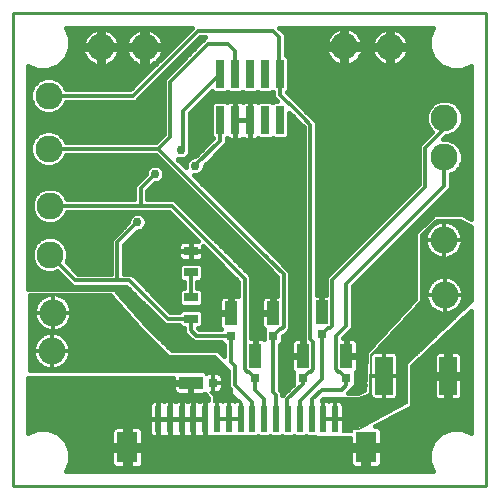
<source format=gtl>
G75*
%MOIN*%
%OFA0B0*%
%FSLAX25Y25*%
%IPPOS*%
%LPD*%
%AMOC8*
5,1,8,0,0,1.08239X$1,22.5*
%
%ADD10R,0.02913X0.09449*%
%ADD11C,0.09000*%
%ADD12R,0.02362X0.08661*%
%ADD13R,0.07087X0.10236*%
%ADD14R,0.04724X0.03150*%
%ADD15R,0.05984X0.12598*%
%ADD16R,0.03150X0.03150*%
%ADD17R,0.04331X0.07874*%
%ADD18R,0.07874X0.04331*%
%ADD19C,0.01600*%
%ADD20C,0.02978*%
%ADD21C,0.00600*%
%ADD22C,0.01181*%
%ADD23C,0.00984*%
D10*
X0085698Y0143611D03*
X0090698Y0143611D03*
X0095698Y0143611D03*
X0100698Y0143611D03*
X0105698Y0143611D03*
X0105698Y0158965D03*
X0100698Y0158965D03*
X0095698Y0158965D03*
X0090698Y0158965D03*
X0085698Y0158965D03*
D11*
X0060540Y0167950D03*
X0045973Y0167942D03*
X0028572Y0151792D03*
X0028572Y0134099D03*
X0028965Y0115068D03*
X0028965Y0098784D03*
X0030099Y0079461D03*
X0029706Y0066611D03*
X0127099Y0168194D03*
X0142328Y0167997D03*
X0160461Y0144367D03*
X0160461Y0131217D03*
X0160422Y0103603D03*
X0160587Y0085280D03*
D12*
X0124060Y0044068D03*
X0120123Y0044068D03*
X0116186Y0044068D03*
X0112249Y0044068D03*
X0108312Y0044068D03*
X0104375Y0044068D03*
X0100438Y0044068D03*
X0096501Y0044068D03*
X0092564Y0044068D03*
X0088627Y0044068D03*
X0084690Y0044068D03*
X0080753Y0044068D03*
X0076816Y0044068D03*
X0072879Y0044068D03*
X0068942Y0044068D03*
X0065005Y0044068D03*
D13*
X0054769Y0034619D03*
X0134296Y0034619D03*
D14*
X0075965Y0077446D03*
X0075965Y0084532D03*
X0075887Y0092926D03*
X0075887Y0100013D03*
D15*
X0140422Y0058414D03*
X0161682Y0058414D03*
D16*
X0127824Y0057627D03*
X0119556Y0072194D03*
X0113257Y0057627D03*
X0103414Y0071800D03*
X0097509Y0057627D03*
X0089241Y0071800D03*
X0083335Y0056052D03*
D17*
X0097509Y0065107D03*
X0103414Y0079280D03*
X0113257Y0065107D03*
X0119556Y0079674D03*
X0127824Y0065107D03*
X0089241Y0079280D03*
D18*
X0075855Y0056052D03*
D19*
X0075572Y0056335D02*
X0075572Y0055769D01*
X0070118Y0055769D01*
X0070118Y0053650D01*
X0070241Y0053192D01*
X0070478Y0052781D01*
X0070813Y0052446D01*
X0071223Y0052209D01*
X0071681Y0052087D01*
X0075572Y0052087D01*
X0075572Y0055769D01*
X0076138Y0055769D01*
X0076138Y0052087D01*
X0080029Y0052087D01*
X0080487Y0052209D01*
X0080530Y0052234D01*
X0081829Y0050934D01*
X0081829Y0050198D01*
X0080753Y0050198D01*
X0080753Y0044068D01*
X0080753Y0044068D01*
X0080753Y0050198D01*
X0079335Y0050198D01*
X0078877Y0050076D01*
X0078784Y0050022D01*
X0078692Y0050076D01*
X0078234Y0050198D01*
X0076816Y0050198D01*
X0076816Y0044068D01*
X0076816Y0044068D01*
X0080753Y0044068D01*
X0080753Y0044068D01*
X0080753Y0037937D01*
X0082171Y0037937D01*
X0082629Y0038060D01*
X0082796Y0038156D01*
X0082942Y0038010D01*
X0094752Y0038010D01*
X0094879Y0038137D01*
X0098345Y0038137D01*
X0098469Y0038262D01*
X0098594Y0038137D01*
X0102282Y0038137D01*
X0102406Y0038262D01*
X0102531Y0038137D01*
X0106219Y0038137D01*
X0106343Y0038262D01*
X0106468Y0038137D01*
X0110156Y0038137D01*
X0110280Y0038262D01*
X0110405Y0038137D01*
X0114093Y0038137D01*
X0114217Y0038262D01*
X0114342Y0038137D01*
X0117461Y0038137D01*
X0117981Y0037617D01*
X0128953Y0037617D01*
X0128953Y0035419D01*
X0133496Y0035419D01*
X0133496Y0033819D01*
X0128953Y0033819D01*
X0128953Y0029264D01*
X0129075Y0028806D01*
X0129312Y0028396D01*
X0129648Y0028060D01*
X0130058Y0027823D01*
X0130516Y0027701D01*
X0133496Y0027701D01*
X0133496Y0033819D01*
X0135096Y0033819D01*
X0135096Y0035419D01*
X0139639Y0035419D01*
X0139639Y0039974D01*
X0139517Y0040432D01*
X0139280Y0040842D01*
X0138945Y0041177D01*
X0138534Y0041414D01*
X0138076Y0041537D01*
X0137243Y0041537D01*
X0148376Y0047459D01*
X0148689Y0047459D01*
X0149045Y0047815D01*
X0149489Y0048051D01*
X0149581Y0048351D01*
X0149802Y0048572D01*
X0149802Y0049075D01*
X0149949Y0049556D01*
X0149802Y0049833D01*
X0149802Y0061534D01*
X0169480Y0080176D01*
X0169480Y0039437D01*
X0166254Y0040773D01*
X0162622Y0040773D01*
X0159266Y0039383D01*
X0156697Y0036815D01*
X0155307Y0033459D01*
X0155307Y0029826D01*
X0156643Y0026600D01*
X0034437Y0026600D01*
X0035773Y0029826D01*
X0035773Y0033459D01*
X0034383Y0036815D01*
X0031815Y0039383D01*
X0028459Y0040773D01*
X0024826Y0040773D01*
X0021600Y0039437D01*
X0021600Y0057695D01*
X0070118Y0057695D01*
X0070118Y0056335D01*
X0075572Y0056335D01*
X0075572Y0055369D02*
X0076138Y0055369D01*
X0076138Y0053770D02*
X0075572Y0053770D01*
X0075572Y0052172D02*
X0076138Y0052172D01*
X0076816Y0050198D02*
X0075398Y0050198D01*
X0074940Y0050076D01*
X0074847Y0050022D01*
X0074755Y0050076D01*
X0074297Y0050198D01*
X0072879Y0050198D01*
X0072879Y0044068D01*
X0072879Y0044068D01*
X0076816Y0044068D01*
X0076816Y0044068D01*
X0076816Y0050198D01*
X0076816Y0048975D02*
X0076816Y0048975D01*
X0076816Y0047376D02*
X0076816Y0047376D01*
X0076816Y0045778D02*
X0076816Y0045778D01*
X0076816Y0044179D02*
X0076816Y0044179D01*
X0076816Y0044068D02*
X0076816Y0044068D01*
X0077772Y0044068D01*
X0080753Y0044068D01*
X0080753Y0044068D01*
X0080753Y0037937D01*
X0079335Y0037937D01*
X0078877Y0038060D01*
X0078784Y0038113D01*
X0078692Y0038060D01*
X0078234Y0037937D01*
X0076816Y0037937D01*
X0076816Y0044068D01*
X0076816Y0044068D01*
X0076816Y0037937D01*
X0075398Y0037937D01*
X0074940Y0038060D01*
X0074847Y0038113D01*
X0074755Y0038060D01*
X0074297Y0037937D01*
X0072879Y0037937D01*
X0072879Y0044068D01*
X0072879Y0044068D01*
X0072879Y0050198D01*
X0071461Y0050198D01*
X0071003Y0050076D01*
X0070910Y0050022D01*
X0070818Y0050076D01*
X0070360Y0050198D01*
X0068942Y0050198D01*
X0068942Y0044068D01*
X0072879Y0044068D01*
X0073835Y0044068D01*
X0076816Y0044068D01*
X0076816Y0042581D02*
X0076816Y0042581D01*
X0076816Y0040982D02*
X0076816Y0040982D01*
X0076816Y0039384D02*
X0076816Y0039384D01*
X0080753Y0039384D02*
X0080753Y0039384D01*
X0080753Y0040982D02*
X0080753Y0040982D01*
X0080753Y0042581D02*
X0080753Y0042581D01*
X0080753Y0044179D02*
X0080753Y0044179D01*
X0080753Y0045778D02*
X0080753Y0045778D01*
X0080753Y0047376D02*
X0080753Y0047376D01*
X0080753Y0048975D02*
X0080753Y0048975D01*
X0081829Y0050573D02*
X0021600Y0050573D01*
X0021600Y0048975D02*
X0062115Y0048975D01*
X0062146Y0049093D02*
X0062024Y0048635D01*
X0062024Y0044068D01*
X0065005Y0044068D01*
X0065005Y0044068D01*
X0065005Y0050198D01*
X0066423Y0050198D01*
X0066881Y0050076D01*
X0066973Y0050022D01*
X0067066Y0050076D01*
X0067524Y0050198D01*
X0068942Y0050198D01*
X0068942Y0044068D01*
X0068942Y0044068D01*
X0068942Y0044068D01*
X0069898Y0044068D01*
X0072879Y0044068D01*
X0072879Y0044068D01*
X0072879Y0044068D01*
X0072879Y0037937D01*
X0071461Y0037937D01*
X0071003Y0038060D01*
X0070910Y0038113D01*
X0070818Y0038060D01*
X0070360Y0037937D01*
X0068942Y0037937D01*
X0068942Y0044068D01*
X0068942Y0044068D01*
X0068942Y0044068D01*
X0065005Y0044068D01*
X0065005Y0044068D01*
X0065005Y0050198D01*
X0063587Y0050198D01*
X0063129Y0050076D01*
X0062718Y0049839D01*
X0062383Y0049504D01*
X0062146Y0049093D01*
X0062024Y0047376D02*
X0021600Y0047376D01*
X0021600Y0045778D02*
X0062024Y0045778D01*
X0062024Y0044179D02*
X0021600Y0044179D01*
X0021600Y0042581D02*
X0062024Y0042581D01*
X0062024Y0044068D02*
X0062024Y0039500D01*
X0062146Y0039042D01*
X0062383Y0038632D01*
X0062718Y0038297D01*
X0063129Y0038060D01*
X0063587Y0037937D01*
X0065005Y0037937D01*
X0066423Y0037937D01*
X0066881Y0038060D01*
X0066973Y0038113D01*
X0067066Y0038060D01*
X0067524Y0037937D01*
X0068942Y0037937D01*
X0068942Y0044068D01*
X0065961Y0044068D01*
X0065005Y0044068D01*
X0065005Y0037937D01*
X0065005Y0044068D01*
X0065005Y0044068D01*
X0065005Y0044068D01*
X0062024Y0044068D01*
X0065005Y0044179D02*
X0065005Y0044179D01*
X0065005Y0042581D02*
X0065005Y0042581D01*
X0065005Y0040982D02*
X0065005Y0040982D01*
X0065005Y0039384D02*
X0065005Y0039384D01*
X0062055Y0039384D02*
X0060112Y0039384D01*
X0060112Y0039974D02*
X0060112Y0035419D01*
X0055569Y0035419D01*
X0055569Y0033819D01*
X0060112Y0033819D01*
X0060112Y0029264D01*
X0059989Y0028806D01*
X0059752Y0028396D01*
X0059417Y0028060D01*
X0059007Y0027823D01*
X0058549Y0027701D01*
X0055568Y0027701D01*
X0055568Y0033819D01*
X0053969Y0033819D01*
X0053969Y0027701D01*
X0050988Y0027701D01*
X0050530Y0027823D01*
X0050120Y0028060D01*
X0049785Y0028396D01*
X0049548Y0028806D01*
X0049425Y0029264D01*
X0049425Y0033819D01*
X0053968Y0033819D01*
X0053968Y0035419D01*
X0049425Y0035419D01*
X0049425Y0039974D01*
X0049548Y0040432D01*
X0049785Y0040842D01*
X0050120Y0041177D01*
X0050530Y0041414D01*
X0050988Y0041537D01*
X0053969Y0041537D01*
X0053969Y0035419D01*
X0055568Y0035419D01*
X0055568Y0041537D01*
X0058549Y0041537D01*
X0059007Y0041414D01*
X0059417Y0041177D01*
X0059752Y0040842D01*
X0059989Y0040432D01*
X0060112Y0039974D01*
X0059612Y0040982D02*
X0062024Y0040982D01*
X0060112Y0037785D02*
X0117813Y0037785D01*
X0106392Y0051892D02*
X0106392Y0053022D01*
X0105605Y0053810D01*
X0105605Y0068625D01*
X0105652Y0068625D01*
X0106589Y0069562D01*
X0106589Y0071762D01*
X0107063Y0071762D01*
X0107877Y0072577D01*
X0109161Y0073860D01*
X0109161Y0093167D01*
X0104030Y0098298D01*
X0076924Y0125404D01*
X0078044Y0125404D01*
X0079180Y0125874D01*
X0080049Y0126743D01*
X0080519Y0127878D01*
X0080519Y0128484D01*
X0087888Y0135853D01*
X0087888Y0137358D01*
X0088056Y0137526D01*
X0088136Y0137446D01*
X0088546Y0137209D01*
X0089004Y0137087D01*
X0090698Y0137087D01*
X0092391Y0137087D01*
X0092849Y0137209D01*
X0093198Y0137411D01*
X0093546Y0137209D01*
X0094004Y0137087D01*
X0095698Y0137087D01*
X0097391Y0137087D01*
X0097849Y0137209D01*
X0098260Y0137446D01*
X0098339Y0137526D01*
X0098578Y0137287D01*
X0102817Y0137287D01*
X0103198Y0137667D01*
X0103578Y0137287D01*
X0107817Y0137287D01*
X0108754Y0138224D01*
X0108754Y0146059D01*
X0111460Y0143337D01*
X0111460Y0143334D01*
X0112098Y0142696D01*
X0112737Y0142053D01*
X0112740Y0142053D01*
X0113552Y0141241D01*
X0113552Y0070844D01*
X0113539Y0070844D01*
X0113539Y0065390D01*
X0112974Y0065390D01*
X0112974Y0070844D01*
X0110854Y0070844D01*
X0110397Y0070721D01*
X0109986Y0070484D01*
X0109651Y0070149D01*
X0109414Y0069739D01*
X0109291Y0069281D01*
X0109291Y0065390D01*
X0112974Y0065390D01*
X0112974Y0064824D01*
X0109291Y0064824D01*
X0109291Y0060933D01*
X0109414Y0060475D01*
X0109651Y0060065D01*
X0109986Y0059730D01*
X0110082Y0059674D01*
X0110082Y0055581D01*
X0106392Y0051892D01*
X0106392Y0052172D02*
X0106672Y0052172D01*
X0105644Y0053770D02*
X0108271Y0053770D01*
X0109869Y0055369D02*
X0105605Y0055369D01*
X0105605Y0056967D02*
X0110082Y0056967D01*
X0110082Y0058566D02*
X0105605Y0058566D01*
X0105605Y0060164D02*
X0109594Y0060164D01*
X0109291Y0061763D02*
X0105605Y0061763D01*
X0105605Y0063361D02*
X0109291Y0063361D01*
X0109291Y0066558D02*
X0105605Y0066558D01*
X0105605Y0064960D02*
X0112974Y0064960D01*
X0112974Y0066558D02*
X0113539Y0066558D01*
X0113539Y0068157D02*
X0112974Y0068157D01*
X0112974Y0069755D02*
X0113539Y0069755D01*
X0113552Y0071354D02*
X0106589Y0071354D01*
X0106589Y0069755D02*
X0109424Y0069755D01*
X0109291Y0068157D02*
X0105605Y0068157D01*
X0108253Y0072952D02*
X0113552Y0072952D01*
X0113552Y0074551D02*
X0109161Y0074551D01*
X0109161Y0076149D02*
X0113552Y0076149D01*
X0113552Y0077748D02*
X0109161Y0077748D01*
X0109161Y0079346D02*
X0113552Y0079346D01*
X0113552Y0080945D02*
X0109161Y0080945D01*
X0109161Y0082543D02*
X0113552Y0082543D01*
X0113552Y0084142D02*
X0109161Y0084142D01*
X0109161Y0085740D02*
X0113552Y0085740D01*
X0113552Y0087339D02*
X0109161Y0087339D01*
X0109161Y0088937D02*
X0113552Y0088937D01*
X0113552Y0090536D02*
X0109161Y0090536D01*
X0109161Y0092134D02*
X0113552Y0092134D01*
X0113552Y0093733D02*
X0108595Y0093733D01*
X0106996Y0095332D02*
X0113552Y0095332D01*
X0113552Y0096930D02*
X0105398Y0096930D01*
X0103799Y0098529D02*
X0113552Y0098529D01*
X0113552Y0100127D02*
X0102201Y0100127D01*
X0100602Y0101726D02*
X0113552Y0101726D01*
X0113552Y0103324D02*
X0099004Y0103324D01*
X0097405Y0104923D02*
X0113552Y0104923D01*
X0113552Y0106521D02*
X0095807Y0106521D01*
X0094208Y0108120D02*
X0113552Y0108120D01*
X0113552Y0109718D02*
X0092610Y0109718D01*
X0091011Y0111317D02*
X0113552Y0111317D01*
X0113552Y0112915D02*
X0089413Y0112915D01*
X0087814Y0114514D02*
X0113552Y0114514D01*
X0113552Y0116112D02*
X0086216Y0116112D01*
X0084617Y0117711D02*
X0113552Y0117711D01*
X0113552Y0119309D02*
X0083019Y0119309D01*
X0081420Y0120908D02*
X0113552Y0120908D01*
X0113552Y0122506D02*
X0079822Y0122506D01*
X0078223Y0124105D02*
X0113552Y0124105D01*
X0113552Y0125703D02*
X0078767Y0125703D01*
X0080280Y0127302D02*
X0113552Y0127302D01*
X0113552Y0128900D02*
X0080935Y0128900D01*
X0082534Y0130499D02*
X0113552Y0130499D01*
X0113552Y0132097D02*
X0084132Y0132097D01*
X0085731Y0133696D02*
X0113552Y0133696D01*
X0113552Y0135294D02*
X0087329Y0135294D01*
X0087888Y0136893D02*
X0113552Y0136893D01*
X0113552Y0138491D02*
X0108754Y0138491D01*
X0108754Y0140090D02*
X0113552Y0140090D01*
X0113105Y0141688D02*
X0108754Y0141688D01*
X0108754Y0143287D02*
X0111507Y0143287D01*
X0109921Y0144885D02*
X0108754Y0144885D01*
X0111497Y0149514D02*
X0111496Y0149555D01*
X0110861Y0150153D01*
X0110246Y0150772D01*
X0110205Y0150772D01*
X0109678Y0151270D01*
X0108062Y0152886D01*
X0108754Y0153578D01*
X0108754Y0164352D01*
X0107817Y0165290D01*
X0107573Y0165290D01*
X0107573Y0172314D01*
X0105605Y0174282D01*
X0105407Y0174480D01*
X0156643Y0174480D01*
X0155307Y0171254D01*
X0155307Y0167622D01*
X0156697Y0164266D01*
X0159266Y0161697D01*
X0162622Y0160307D01*
X0166254Y0160307D01*
X0169480Y0161643D01*
X0169480Y0110655D01*
X0167163Y0111920D01*
X0166800Y0112283D01*
X0166497Y0112283D01*
X0166232Y0112428D01*
X0165739Y0112283D01*
X0156958Y0112283D01*
X0155845Y0111170D01*
X0150727Y0106052D01*
X0150727Y0083966D01*
X0134744Y0066842D01*
X0134216Y0066345D01*
X0134214Y0066274D01*
X0134165Y0066222D01*
X0134190Y0065497D01*
X0133835Y0053760D01*
X0131751Y0052834D01*
X0128491Y0052834D01*
X0130014Y0054357D01*
X0130014Y0054452D01*
X0130061Y0054452D01*
X0130998Y0055389D01*
X0130998Y0059674D01*
X0131094Y0059730D01*
X0131429Y0060065D01*
X0131666Y0060475D01*
X0131789Y0060933D01*
X0131789Y0064824D01*
X0128106Y0064824D01*
X0128106Y0065390D01*
X0127541Y0065390D01*
X0127541Y0070844D01*
X0126621Y0070844D01*
X0130014Y0074237D01*
X0130014Y0088215D01*
X0161369Y0119570D01*
X0162652Y0120853D01*
X0162652Y0125522D01*
X0163917Y0126046D01*
X0165633Y0127762D01*
X0166561Y0130004D01*
X0166561Y0132431D01*
X0165633Y0134673D01*
X0163917Y0136389D01*
X0161675Y0137317D01*
X0160148Y0137317D01*
X0161097Y0138267D01*
X0161675Y0138267D01*
X0163917Y0139196D01*
X0165633Y0140912D01*
X0166561Y0143154D01*
X0166561Y0145580D01*
X0165633Y0147822D01*
X0163917Y0149538D01*
X0161675Y0150467D01*
X0159248Y0150467D01*
X0157006Y0149538D01*
X0155290Y0147822D01*
X0154361Y0145580D01*
X0154361Y0143154D01*
X0155290Y0140912D01*
X0156418Y0139784D01*
X0151987Y0135352D01*
X0151987Y0122289D01*
X0120921Y0091224D01*
X0120921Y0089409D01*
X0120921Y0085411D01*
X0119839Y0085411D01*
X0119839Y0079957D01*
X0119273Y0079957D01*
X0119273Y0085411D01*
X0117933Y0085411D01*
X0117933Y0143056D01*
X0116650Y0144339D01*
X0115203Y0145786D01*
X0111497Y0149514D01*
X0111362Y0149681D02*
X0157350Y0149681D01*
X0155550Y0148082D02*
X0112920Y0148082D01*
X0114509Y0146484D02*
X0154736Y0146484D01*
X0154361Y0144885D02*
X0116104Y0144885D01*
X0116650Y0144339D02*
X0116650Y0144339D01*
X0117702Y0143287D02*
X0154361Y0143287D01*
X0154968Y0141688D02*
X0117933Y0141688D01*
X0117933Y0140090D02*
X0156112Y0140090D01*
X0155126Y0138491D02*
X0117933Y0138491D01*
X0117933Y0136893D02*
X0153527Y0136893D01*
X0151987Y0135294D02*
X0117933Y0135294D01*
X0117933Y0133696D02*
X0151987Y0133696D01*
X0151987Y0132097D02*
X0117933Y0132097D01*
X0117933Y0130499D02*
X0151987Y0130499D01*
X0151987Y0128900D02*
X0117933Y0128900D01*
X0117933Y0127302D02*
X0151987Y0127302D01*
X0151987Y0125703D02*
X0117933Y0125703D01*
X0117933Y0124105D02*
X0151987Y0124105D01*
X0151987Y0122506D02*
X0117933Y0122506D01*
X0117933Y0120908D02*
X0150605Y0120908D01*
X0149007Y0119309D02*
X0117933Y0119309D01*
X0117933Y0117711D02*
X0147408Y0117711D01*
X0145810Y0116112D02*
X0117933Y0116112D01*
X0117933Y0114514D02*
X0144211Y0114514D01*
X0142613Y0112915D02*
X0117933Y0112915D01*
X0117933Y0111317D02*
X0141014Y0111317D01*
X0139416Y0109718D02*
X0117933Y0109718D01*
X0117933Y0108120D02*
X0137817Y0108120D01*
X0136218Y0106521D02*
X0117933Y0106521D01*
X0117933Y0104923D02*
X0134620Y0104923D01*
X0133021Y0103324D02*
X0117933Y0103324D01*
X0117933Y0101726D02*
X0131423Y0101726D01*
X0129824Y0100127D02*
X0117933Y0100127D01*
X0117933Y0098529D02*
X0128226Y0098529D01*
X0126627Y0096930D02*
X0117933Y0096930D01*
X0117933Y0095332D02*
X0125029Y0095332D01*
X0123430Y0093733D02*
X0117933Y0093733D01*
X0117933Y0092134D02*
X0121832Y0092134D01*
X0120921Y0090536D02*
X0117933Y0090536D01*
X0117933Y0088937D02*
X0120921Y0088937D01*
X0120921Y0087339D02*
X0117933Y0087339D01*
X0117933Y0085740D02*
X0120921Y0085740D01*
X0119839Y0084142D02*
X0119273Y0084142D01*
X0119273Y0082543D02*
X0119839Y0082543D01*
X0119839Y0080945D02*
X0119273Y0080945D01*
X0128729Y0072952D02*
X0140447Y0072952D01*
X0138955Y0071354D02*
X0127131Y0071354D01*
X0128106Y0070844D02*
X0128106Y0065390D01*
X0131789Y0065390D01*
X0131789Y0069281D01*
X0131666Y0069739D01*
X0131429Y0070149D01*
X0131094Y0070484D01*
X0130684Y0070721D01*
X0130226Y0070844D01*
X0128106Y0070844D01*
X0128106Y0069755D02*
X0127541Y0069755D01*
X0127541Y0068157D02*
X0128106Y0068157D01*
X0128106Y0066558D02*
X0127541Y0066558D01*
X0128106Y0064960D02*
X0134174Y0064960D01*
X0134126Y0063361D02*
X0131789Y0063361D01*
X0131789Y0061763D02*
X0134077Y0061763D01*
X0134029Y0060164D02*
X0131487Y0060164D01*
X0130998Y0058566D02*
X0133980Y0058566D01*
X0133932Y0056967D02*
X0130998Y0056967D01*
X0130978Y0055369D02*
X0133883Y0055369D01*
X0133835Y0053770D02*
X0129427Y0053770D01*
X0131789Y0066558D02*
X0134443Y0066558D01*
X0135971Y0068157D02*
X0131789Y0068157D01*
X0131657Y0069755D02*
X0137463Y0069755D01*
X0141939Y0074551D02*
X0130014Y0074551D01*
X0130014Y0076149D02*
X0143431Y0076149D01*
X0144923Y0077748D02*
X0130014Y0077748D01*
X0130014Y0079346D02*
X0146415Y0079346D01*
X0147907Y0080945D02*
X0130014Y0080945D01*
X0130014Y0082543D02*
X0149399Y0082543D01*
X0150727Y0084142D02*
X0130014Y0084142D01*
X0130014Y0085740D02*
X0150727Y0085740D01*
X0150727Y0087339D02*
X0130014Y0087339D01*
X0130736Y0088937D02*
X0150727Y0088937D01*
X0150727Y0090536D02*
X0132335Y0090536D01*
X0133933Y0092134D02*
X0150727Y0092134D01*
X0150727Y0093733D02*
X0135532Y0093733D01*
X0137130Y0095332D02*
X0150727Y0095332D01*
X0150727Y0096930D02*
X0138729Y0096930D01*
X0140327Y0098529D02*
X0150727Y0098529D01*
X0150727Y0100127D02*
X0141926Y0100127D01*
X0143524Y0101726D02*
X0150727Y0101726D01*
X0150727Y0103324D02*
X0145123Y0103324D01*
X0146721Y0104923D02*
X0150727Y0104923D01*
X0151196Y0106521D02*
X0148320Y0106521D01*
X0149918Y0108120D02*
X0152795Y0108120D01*
X0151517Y0109718D02*
X0154393Y0109718D01*
X0153115Y0111317D02*
X0155992Y0111317D01*
X0154714Y0112915D02*
X0169480Y0112915D01*
X0169480Y0111317D02*
X0168268Y0111317D01*
X0169480Y0114514D02*
X0156312Y0114514D01*
X0157911Y0116112D02*
X0169480Y0116112D01*
X0169480Y0117711D02*
X0159509Y0117711D01*
X0161108Y0119309D02*
X0169480Y0119309D01*
X0169480Y0120908D02*
X0162652Y0120908D01*
X0162652Y0122506D02*
X0169480Y0122506D01*
X0169480Y0124105D02*
X0162652Y0124105D01*
X0163089Y0125703D02*
X0169480Y0125703D01*
X0169480Y0127302D02*
X0165173Y0127302D01*
X0166104Y0128900D02*
X0169480Y0128900D01*
X0169480Y0130499D02*
X0166561Y0130499D01*
X0166561Y0132097D02*
X0169480Y0132097D01*
X0169480Y0133696D02*
X0166037Y0133696D01*
X0165011Y0135294D02*
X0169480Y0135294D01*
X0169480Y0136893D02*
X0162700Y0136893D01*
X0162217Y0138491D02*
X0169480Y0138491D01*
X0169480Y0140090D02*
X0164811Y0140090D01*
X0165954Y0141688D02*
X0169480Y0141688D01*
X0169480Y0143287D02*
X0166561Y0143287D01*
X0166561Y0144885D02*
X0169480Y0144885D01*
X0169480Y0146484D02*
X0166187Y0146484D01*
X0165373Y0148082D02*
X0169480Y0148082D01*
X0169480Y0149681D02*
X0163572Y0149681D01*
X0169480Y0151279D02*
X0109668Y0151279D01*
X0108070Y0152878D02*
X0169480Y0152878D01*
X0169480Y0154476D02*
X0108754Y0154476D01*
X0108754Y0156075D02*
X0169480Y0156075D01*
X0169480Y0157673D02*
X0108754Y0157673D01*
X0108754Y0159272D02*
X0169480Y0159272D01*
X0169480Y0160870D02*
X0167614Y0160870D01*
X0161261Y0160870D02*
X0108754Y0160870D01*
X0108754Y0162469D02*
X0124458Y0162469D01*
X0124681Y0162355D02*
X0125624Y0162049D01*
X0126399Y0161926D01*
X0126399Y0167494D01*
X0120832Y0167494D01*
X0120954Y0166718D01*
X0121261Y0165775D01*
X0121711Y0164892D01*
X0122294Y0164090D01*
X0122995Y0163388D01*
X0123797Y0162805D01*
X0124681Y0162355D01*
X0126399Y0162469D02*
X0127799Y0162469D01*
X0127799Y0161926D02*
X0128574Y0162049D01*
X0129518Y0162355D01*
X0130401Y0162805D01*
X0131203Y0163388D01*
X0131905Y0164090D01*
X0132487Y0164892D01*
X0132938Y0165775D01*
X0133244Y0166718D01*
X0133367Y0167494D01*
X0127799Y0167494D01*
X0127799Y0168894D01*
X0126399Y0168894D01*
X0126399Y0174461D01*
X0125624Y0174339D01*
X0124681Y0174032D01*
X0123797Y0173582D01*
X0122995Y0172999D01*
X0122294Y0172298D01*
X0121711Y0171496D01*
X0121261Y0170612D01*
X0120954Y0169669D01*
X0120832Y0168894D01*
X0126399Y0168894D01*
X0126399Y0167494D01*
X0127799Y0167494D01*
X0127799Y0161926D01*
X0129741Y0162469D02*
X0139300Y0162469D01*
X0139026Y0162609D02*
X0139909Y0162158D01*
X0140852Y0161852D01*
X0141628Y0161729D01*
X0141628Y0167297D01*
X0143028Y0167297D01*
X0143028Y0168697D01*
X0148595Y0168697D01*
X0148472Y0169472D01*
X0148166Y0170415D01*
X0147716Y0171299D01*
X0147133Y0172101D01*
X0146432Y0172802D01*
X0145629Y0173385D01*
X0144746Y0173835D01*
X0143803Y0174142D01*
X0143028Y0174264D01*
X0143028Y0168697D01*
X0141628Y0168697D01*
X0141628Y0174264D01*
X0140852Y0174142D01*
X0139909Y0173835D01*
X0139026Y0173385D01*
X0138223Y0172802D01*
X0137522Y0172101D01*
X0136939Y0171299D01*
X0136489Y0170415D01*
X0136183Y0169472D01*
X0136060Y0168697D01*
X0141627Y0168697D01*
X0141627Y0167297D01*
X0136060Y0167297D01*
X0136183Y0166522D01*
X0136489Y0165578D01*
X0136939Y0164695D01*
X0137522Y0163893D01*
X0138223Y0163191D01*
X0139026Y0162609D01*
X0137395Y0164068D02*
X0131883Y0164068D01*
X0132882Y0165666D02*
X0136461Y0165666D01*
X0136065Y0167265D02*
X0133331Y0167265D01*
X0133367Y0168894D02*
X0133244Y0169669D01*
X0132938Y0170612D01*
X0132487Y0171496D01*
X0131905Y0172298D01*
X0131203Y0172999D01*
X0130401Y0173582D01*
X0129518Y0174032D01*
X0128574Y0174339D01*
X0127799Y0174461D01*
X0127799Y0168894D01*
X0133367Y0168894D01*
X0132987Y0170462D02*
X0136513Y0170462D01*
X0136086Y0168863D02*
X0127799Y0168863D01*
X0126399Y0168863D02*
X0107573Y0168863D01*
X0107573Y0167265D02*
X0120868Y0167265D01*
X0121316Y0165666D02*
X0107573Y0165666D01*
X0108754Y0164068D02*
X0122316Y0164068D01*
X0126399Y0164068D02*
X0127799Y0164068D01*
X0127799Y0165666D02*
X0126399Y0165666D01*
X0126399Y0167265D02*
X0127799Y0167265D01*
X0127799Y0170462D02*
X0126399Y0170462D01*
X0126399Y0172060D02*
X0127799Y0172060D01*
X0127799Y0173659D02*
X0126399Y0173659D01*
X0123948Y0173659D02*
X0106228Y0173659D01*
X0107573Y0172060D02*
X0122121Y0172060D01*
X0121212Y0170462D02*
X0107573Y0170462D01*
X0103198Y0153022D02*
X0103507Y0152712D01*
X0103507Y0151245D01*
X0104817Y0149935D01*
X0103578Y0149935D01*
X0103198Y0149555D01*
X0102817Y0149935D01*
X0098578Y0149935D01*
X0098339Y0149696D01*
X0098260Y0149776D01*
X0097849Y0150013D01*
X0097391Y0150135D01*
X0095698Y0150135D01*
X0095698Y0143611D01*
X0095698Y0137087D01*
X0095698Y0143611D01*
X0095698Y0143611D01*
X0095698Y0143611D01*
X0095698Y0150135D01*
X0094004Y0150135D01*
X0093546Y0150013D01*
X0093198Y0149812D01*
X0092849Y0150013D01*
X0092391Y0150135D01*
X0090698Y0150135D01*
X0090698Y0143611D01*
X0093954Y0143611D01*
X0095698Y0143611D01*
X0090698Y0143611D01*
X0090698Y0143611D01*
X0090698Y0137087D01*
X0090698Y0143611D01*
X0090698Y0143611D01*
X0090698Y0143611D01*
X0090698Y0150135D01*
X0089004Y0150135D01*
X0088546Y0150013D01*
X0088136Y0149776D01*
X0088056Y0149696D01*
X0087817Y0149935D01*
X0083578Y0149935D01*
X0082641Y0148998D01*
X0082641Y0138224D01*
X0083352Y0137513D01*
X0077421Y0131582D01*
X0076815Y0131582D01*
X0075680Y0131112D01*
X0074811Y0130243D01*
X0074341Y0129107D01*
X0074341Y0127987D01*
X0071604Y0130724D01*
X0072091Y0130522D01*
X0073320Y0130522D01*
X0074455Y0130992D01*
X0075324Y0131861D01*
X0075794Y0132997D01*
X0075794Y0134225D01*
X0075683Y0134493D01*
X0075683Y0145853D01*
X0083025Y0153194D01*
X0083578Y0152641D01*
X0087817Y0152641D01*
X0088198Y0153022D01*
X0088578Y0152641D01*
X0092817Y0152641D01*
X0093198Y0153022D01*
X0093578Y0152641D01*
X0097817Y0152641D01*
X0098198Y0153022D01*
X0098578Y0152641D01*
X0102817Y0152641D01*
X0103198Y0153022D01*
X0103341Y0152878D02*
X0103054Y0152878D01*
X0103507Y0151279D02*
X0081110Y0151279D01*
X0079511Y0149681D02*
X0083324Y0149681D01*
X0082641Y0148082D02*
X0077913Y0148082D01*
X0076314Y0146484D02*
X0082641Y0146484D01*
X0082641Y0144885D02*
X0075683Y0144885D01*
X0075683Y0143287D02*
X0082641Y0143287D01*
X0082641Y0141688D02*
X0075683Y0141688D01*
X0075683Y0140090D02*
X0082641Y0140090D01*
X0082641Y0138491D02*
X0075683Y0138491D01*
X0075683Y0136893D02*
X0082732Y0136893D01*
X0081133Y0135294D02*
X0075683Y0135294D01*
X0075794Y0133696D02*
X0079535Y0133696D01*
X0077936Y0132097D02*
X0075422Y0132097D01*
X0075067Y0130499D02*
X0071829Y0130499D01*
X0073428Y0128900D02*
X0074341Y0128900D01*
X0070429Y0125703D02*
X0067133Y0125703D01*
X0067133Y0125123D02*
X0067133Y0126351D01*
X0066663Y0127487D01*
X0065794Y0128356D01*
X0064659Y0128826D01*
X0063430Y0128826D01*
X0062294Y0128356D01*
X0061425Y0127487D01*
X0060955Y0126351D01*
X0060955Y0125746D01*
X0058288Y0123079D01*
X0057005Y0121796D01*
X0057005Y0117258D01*
X0034661Y0117258D01*
X0034137Y0118523D01*
X0032421Y0120239D01*
X0030179Y0121168D01*
X0027752Y0121168D01*
X0025510Y0120239D01*
X0023794Y0118523D01*
X0022865Y0116281D01*
X0022865Y0113854D01*
X0023794Y0111612D01*
X0025510Y0109896D01*
X0027752Y0108968D01*
X0030179Y0108968D01*
X0032421Y0109896D01*
X0034137Y0111612D01*
X0034661Y0112877D01*
X0068688Y0112877D01*
X0078178Y0103387D01*
X0075887Y0103387D01*
X0075887Y0100013D01*
X0080049Y0100013D01*
X0080049Y0101516D01*
X0091762Y0089803D01*
X0091762Y0084985D01*
X0091643Y0085017D01*
X0089524Y0085017D01*
X0089524Y0079563D01*
X0088958Y0079563D01*
X0088958Y0078998D01*
X0085276Y0078998D01*
X0085276Y0075106D01*
X0085398Y0074649D01*
X0085635Y0074238D01*
X0085883Y0073991D01*
X0078731Y0073991D01*
X0078451Y0074271D01*
X0078990Y0074271D01*
X0079928Y0075208D01*
X0079928Y0079683D01*
X0078990Y0080620D01*
X0072940Y0080620D01*
X0072003Y0079683D01*
X0072003Y0079636D01*
X0069148Y0079636D01*
X0057573Y0091211D01*
X0056290Y0092494D01*
X0053646Y0092494D01*
X0053646Y0102004D01*
X0058148Y0106506D01*
X0058753Y0106506D01*
X0059888Y0106977D01*
X0060757Y0107846D01*
X0061228Y0108981D01*
X0061228Y0110210D01*
X0060757Y0111345D01*
X0059888Y0112214D01*
X0058753Y0112684D01*
X0057524Y0112684D01*
X0056389Y0112214D01*
X0055520Y0111345D01*
X0055050Y0110210D01*
X0055050Y0109604D01*
X0050548Y0105102D01*
X0049264Y0103819D01*
X0049264Y0092494D01*
X0038353Y0092494D01*
X0034541Y0096306D01*
X0035065Y0097571D01*
X0035065Y0099998D01*
X0034137Y0102240D01*
X0032421Y0103956D01*
X0030179Y0104884D01*
X0027752Y0104884D01*
X0025510Y0103956D01*
X0023794Y0102240D01*
X0022865Y0099998D01*
X0022865Y0097571D01*
X0023794Y0095329D01*
X0025510Y0093613D01*
X0027752Y0092684D01*
X0030179Y0092684D01*
X0031444Y0093208D01*
X0036538Y0088113D01*
X0054475Y0088113D01*
X0067334Y0075255D01*
X0072003Y0075255D01*
X0072003Y0075208D01*
X0072940Y0074271D01*
X0073775Y0074271D01*
X0073775Y0072751D01*
X0075058Y0071468D01*
X0076916Y0069609D01*
X0086066Y0069609D01*
X0086066Y0069562D01*
X0087003Y0068625D01*
X0087050Y0068625D01*
X0087050Y0064866D01*
X0086023Y0065894D01*
X0084910Y0067007D01*
X0069555Y0067007D01*
X0061486Y0075077D01*
X0051377Y0086309D01*
X0051377Y0086367D01*
X0050856Y0086888D01*
X0050363Y0087436D01*
X0050305Y0087439D01*
X0050264Y0087480D01*
X0049527Y0087480D01*
X0048791Y0087518D01*
X0048748Y0087480D01*
X0021600Y0087480D01*
X0021600Y0161643D01*
X0024826Y0160307D01*
X0028459Y0160307D01*
X0031815Y0161697D01*
X0034383Y0164266D01*
X0035773Y0167622D01*
X0035773Y0171254D01*
X0034437Y0174480D01*
X0076225Y0174480D01*
X0055727Y0153983D01*
X0034267Y0153983D01*
X0033743Y0155247D01*
X0032027Y0156963D01*
X0029785Y0157892D01*
X0027358Y0157892D01*
X0025116Y0156963D01*
X0023400Y0155247D01*
X0022472Y0153005D01*
X0022472Y0150579D01*
X0023400Y0148337D01*
X0025116Y0146621D01*
X0027358Y0145692D01*
X0029785Y0145692D01*
X0032027Y0146621D01*
X0033743Y0148337D01*
X0034267Y0149602D01*
X0057542Y0149602D01*
X0058825Y0150885D01*
X0079125Y0171184D01*
X0080803Y0171184D01*
X0066972Y0157353D01*
X0066972Y0139038D01*
X0064223Y0136290D01*
X0034267Y0136290D01*
X0033743Y0137555D01*
X0032027Y0139271D01*
X0029785Y0140199D01*
X0027358Y0140199D01*
X0025116Y0139271D01*
X0023400Y0137555D01*
X0022472Y0135313D01*
X0022472Y0132886D01*
X0023400Y0130644D01*
X0025116Y0128928D01*
X0027358Y0127999D01*
X0029785Y0127999D01*
X0032027Y0128928D01*
X0033743Y0130644D01*
X0034267Y0131909D01*
X0064223Y0131909D01*
X0100932Y0095200D01*
X0104780Y0091352D01*
X0104780Y0085017D01*
X0103697Y0085017D01*
X0103697Y0079563D01*
X0103131Y0079563D01*
X0103131Y0078998D01*
X0099449Y0078998D01*
X0099449Y0075106D01*
X0099571Y0074649D01*
X0099808Y0074238D01*
X0100144Y0073903D01*
X0100239Y0073848D01*
X0100239Y0070756D01*
X0099911Y0070844D01*
X0097791Y0070844D01*
X0097791Y0065390D01*
X0097226Y0065390D01*
X0097226Y0070844D01*
X0096143Y0070844D01*
X0096143Y0091618D01*
X0094860Y0092901D01*
X0070503Y0117258D01*
X0061386Y0117258D01*
X0061386Y0119981D01*
X0064053Y0122648D01*
X0064659Y0122648D01*
X0065794Y0123118D01*
X0066663Y0123987D01*
X0067133Y0125123D01*
X0066711Y0124105D02*
X0072027Y0124105D01*
X0073626Y0122506D02*
X0063911Y0122506D01*
X0062313Y0120908D02*
X0075224Y0120908D01*
X0076823Y0119309D02*
X0061386Y0119309D01*
X0061386Y0117711D02*
X0078421Y0117711D01*
X0080020Y0116112D02*
X0071649Y0116112D01*
X0073247Y0114514D02*
X0081618Y0114514D01*
X0083217Y0112915D02*
X0074846Y0112915D01*
X0076444Y0111317D02*
X0084815Y0111317D01*
X0086414Y0109718D02*
X0078043Y0109718D01*
X0079641Y0108120D02*
X0088012Y0108120D01*
X0089611Y0106521D02*
X0081240Y0106521D01*
X0082838Y0104923D02*
X0091209Y0104923D01*
X0092808Y0103324D02*
X0084437Y0103324D01*
X0086035Y0101726D02*
X0094406Y0101726D01*
X0096005Y0100127D02*
X0087634Y0100127D01*
X0089232Y0098529D02*
X0097603Y0098529D01*
X0099202Y0096930D02*
X0090831Y0096930D01*
X0092429Y0095332D02*
X0100800Y0095332D01*
X0102399Y0093733D02*
X0094028Y0093733D01*
X0094860Y0092901D02*
X0094860Y0092901D01*
X0095626Y0092134D02*
X0103998Y0092134D01*
X0104780Y0090536D02*
X0096143Y0090536D01*
X0096143Y0088937D02*
X0104780Y0088937D01*
X0104780Y0087339D02*
X0096143Y0087339D01*
X0096143Y0085740D02*
X0104780Y0085740D01*
X0103131Y0085017D02*
X0101012Y0085017D01*
X0100554Y0084895D01*
X0100144Y0084658D01*
X0099808Y0084323D01*
X0099571Y0083912D01*
X0099449Y0083454D01*
X0099449Y0079563D01*
X0103131Y0079563D01*
X0103131Y0085017D01*
X0103131Y0084142D02*
X0103697Y0084142D01*
X0103697Y0082543D02*
X0103131Y0082543D01*
X0103131Y0080945D02*
X0103697Y0080945D01*
X0103131Y0079346D02*
X0096143Y0079346D01*
X0096143Y0077748D02*
X0099449Y0077748D01*
X0099449Y0076149D02*
X0096143Y0076149D01*
X0096143Y0074551D02*
X0099628Y0074551D01*
X0100239Y0072952D02*
X0096143Y0072952D01*
X0096143Y0071354D02*
X0100239Y0071354D01*
X0097791Y0069755D02*
X0097226Y0069755D01*
X0097226Y0068157D02*
X0097791Y0068157D01*
X0097791Y0066558D02*
X0097226Y0066558D01*
X0087050Y0066558D02*
X0085359Y0066558D01*
X0086957Y0064960D02*
X0087050Y0064960D01*
X0087050Y0068157D02*
X0068406Y0068157D01*
X0066807Y0069755D02*
X0076770Y0069755D01*
X0075172Y0071354D02*
X0065209Y0071354D01*
X0063610Y0072952D02*
X0073775Y0072952D01*
X0072660Y0074551D02*
X0062012Y0074551D01*
X0060520Y0076149D02*
X0066439Y0076149D01*
X0064841Y0077748D02*
X0059082Y0077748D01*
X0057643Y0079346D02*
X0063242Y0079346D01*
X0061644Y0080945D02*
X0056204Y0080945D01*
X0054766Y0082543D02*
X0060045Y0082543D01*
X0058447Y0084142D02*
X0053327Y0084142D01*
X0051889Y0085740D02*
X0056848Y0085740D01*
X0055250Y0087339D02*
X0050450Y0087339D01*
X0049264Y0093733D02*
X0037114Y0093733D01*
X0035516Y0095332D02*
X0049264Y0095332D01*
X0049264Y0096930D02*
X0034800Y0096930D01*
X0035065Y0098529D02*
X0049264Y0098529D01*
X0049264Y0100127D02*
X0035012Y0100127D01*
X0034350Y0101726D02*
X0049264Y0101726D01*
X0049264Y0103324D02*
X0033052Y0103324D01*
X0031990Y0109718D02*
X0055050Y0109718D01*
X0055508Y0111317D02*
X0033841Y0111317D01*
X0034473Y0117711D02*
X0057005Y0117711D01*
X0057005Y0119309D02*
X0033351Y0119309D01*
X0030806Y0120908D02*
X0057005Y0120908D01*
X0057715Y0122506D02*
X0021600Y0122506D01*
X0021600Y0120908D02*
X0027124Y0120908D01*
X0024580Y0119309D02*
X0021600Y0119309D01*
X0021600Y0117711D02*
X0023458Y0117711D01*
X0022865Y0116112D02*
X0021600Y0116112D01*
X0021600Y0114514D02*
X0022865Y0114514D01*
X0023254Y0112915D02*
X0021600Y0112915D01*
X0021600Y0111317D02*
X0024090Y0111317D01*
X0025940Y0109718D02*
X0021600Y0109718D01*
X0021600Y0108120D02*
X0053565Y0108120D01*
X0051967Y0106521D02*
X0021600Y0106521D01*
X0021600Y0104923D02*
X0050368Y0104923D01*
X0053646Y0101726D02*
X0071724Y0101726D01*
X0071724Y0101824D02*
X0071724Y0100013D01*
X0075886Y0100013D01*
X0075886Y0100013D01*
X0075887Y0100013D02*
X0075887Y0103387D01*
X0073287Y0103387D01*
X0072830Y0103265D01*
X0072419Y0103028D01*
X0072084Y0102693D01*
X0071847Y0102282D01*
X0071724Y0101824D01*
X0071724Y0100127D02*
X0053646Y0100127D01*
X0053646Y0098529D02*
X0071724Y0098529D01*
X0071724Y0098201D02*
X0071847Y0097743D01*
X0072084Y0097333D01*
X0072419Y0096997D01*
X0072830Y0096760D01*
X0073287Y0096638D01*
X0075887Y0096638D01*
X0078486Y0096638D01*
X0078944Y0096760D01*
X0079354Y0096997D01*
X0079689Y0097333D01*
X0079926Y0097743D01*
X0080049Y0098201D01*
X0080049Y0100013D01*
X0075887Y0100013D01*
X0075887Y0100013D01*
X0075887Y0100013D01*
X0075887Y0100012D02*
X0075887Y0096638D01*
X0075887Y0100012D01*
X0075887Y0100012D01*
X0075886Y0100013D02*
X0071724Y0100013D01*
X0071724Y0098201D01*
X0072536Y0096930D02*
X0053646Y0096930D01*
X0053646Y0095332D02*
X0072092Y0095332D01*
X0071924Y0095164D02*
X0071924Y0090688D01*
X0072862Y0089751D01*
X0073696Y0089751D01*
X0073696Y0087707D01*
X0072940Y0087707D01*
X0072003Y0086770D01*
X0072003Y0082295D01*
X0072940Y0081357D01*
X0078990Y0081357D01*
X0079928Y0082295D01*
X0079928Y0086770D01*
X0078990Y0087707D01*
X0078077Y0087707D01*
X0078077Y0089751D01*
X0078912Y0089751D01*
X0079849Y0090688D01*
X0079849Y0095164D01*
X0078912Y0096101D01*
X0072862Y0096101D01*
X0071924Y0095164D01*
X0071924Y0093733D02*
X0053646Y0093733D01*
X0056650Y0092134D02*
X0071924Y0092134D01*
X0072077Y0090536D02*
X0058249Y0090536D01*
X0059847Y0088937D02*
X0073696Y0088937D01*
X0072572Y0087339D02*
X0061446Y0087339D01*
X0063044Y0085740D02*
X0072003Y0085740D01*
X0072003Y0084142D02*
X0064643Y0084142D01*
X0066241Y0082543D02*
X0072003Y0082543D01*
X0067840Y0080945D02*
X0085276Y0080945D01*
X0085276Y0079563D02*
X0088958Y0079563D01*
X0088958Y0085017D01*
X0086839Y0085017D01*
X0086381Y0084895D01*
X0085970Y0084658D01*
X0085635Y0084323D01*
X0085398Y0083912D01*
X0085276Y0083454D01*
X0085276Y0079563D01*
X0085276Y0077748D02*
X0079928Y0077748D01*
X0079928Y0079346D02*
X0088958Y0079346D01*
X0088958Y0080945D02*
X0089524Y0080945D01*
X0089524Y0082543D02*
X0088958Y0082543D01*
X0088958Y0084142D02*
X0089524Y0084142D01*
X0091762Y0085740D02*
X0079928Y0085740D01*
X0079928Y0084142D02*
X0085531Y0084142D01*
X0085276Y0082543D02*
X0079928Y0082543D01*
X0079358Y0087339D02*
X0091762Y0087339D01*
X0091762Y0088937D02*
X0078077Y0088937D01*
X0079696Y0090536D02*
X0091029Y0090536D01*
X0089431Y0092134D02*
X0079849Y0092134D01*
X0079849Y0093733D02*
X0087832Y0093733D01*
X0086234Y0095332D02*
X0079681Y0095332D01*
X0079237Y0096930D02*
X0084635Y0096930D01*
X0083037Y0098529D02*
X0080049Y0098529D01*
X0080049Y0100127D02*
X0081438Y0100127D01*
X0075887Y0100127D02*
X0075887Y0100127D01*
X0075887Y0098529D02*
X0075887Y0098529D01*
X0075887Y0096930D02*
X0075887Y0096930D01*
X0075887Y0101726D02*
X0075887Y0101726D01*
X0075887Y0103324D02*
X0075887Y0103324D01*
X0076642Y0104923D02*
X0056564Y0104923D01*
X0054965Y0103324D02*
X0073051Y0103324D01*
X0075044Y0106521D02*
X0058789Y0106521D01*
X0060871Y0108120D02*
X0073445Y0108120D01*
X0071847Y0109718D02*
X0061228Y0109718D01*
X0060769Y0111317D02*
X0070248Y0111317D01*
X0059314Y0124105D02*
X0021600Y0124105D01*
X0021600Y0125703D02*
X0060912Y0125703D01*
X0061349Y0127302D02*
X0021600Y0127302D01*
X0021600Y0128900D02*
X0025183Y0128900D01*
X0023545Y0130499D02*
X0021600Y0130499D01*
X0021600Y0132097D02*
X0022798Y0132097D01*
X0022472Y0133696D02*
X0021600Y0133696D01*
X0021600Y0135294D02*
X0022472Y0135294D01*
X0023126Y0136893D02*
X0021600Y0136893D01*
X0021600Y0138491D02*
X0024337Y0138491D01*
X0021600Y0140090D02*
X0027094Y0140090D01*
X0030049Y0140090D02*
X0066972Y0140090D01*
X0066972Y0141688D02*
X0021600Y0141688D01*
X0021600Y0143287D02*
X0066972Y0143287D01*
X0066972Y0144885D02*
X0021600Y0144885D01*
X0021600Y0146484D02*
X0025447Y0146484D01*
X0023655Y0148082D02*
X0021600Y0148082D01*
X0021600Y0149681D02*
X0022844Y0149681D01*
X0022472Y0151279D02*
X0021600Y0151279D01*
X0021600Y0152878D02*
X0022472Y0152878D01*
X0023081Y0154476D02*
X0021600Y0154476D01*
X0021600Y0156075D02*
X0024228Y0156075D01*
X0026830Y0157673D02*
X0021600Y0157673D01*
X0021600Y0159272D02*
X0061017Y0159272D01*
X0062615Y0160870D02*
X0029819Y0160870D01*
X0032586Y0162469D02*
X0042837Y0162469D01*
X0042671Y0162553D02*
X0043555Y0162103D01*
X0044498Y0161797D01*
X0045273Y0161674D01*
X0045273Y0167242D01*
X0039706Y0167242D01*
X0039828Y0166466D01*
X0040135Y0165523D01*
X0040585Y0164640D01*
X0041168Y0163838D01*
X0041869Y0163136D01*
X0042671Y0162553D01*
X0041001Y0164068D02*
X0034185Y0164068D01*
X0034963Y0165666D02*
X0040088Y0165666D01*
X0039706Y0168642D02*
X0045273Y0168642D01*
X0045273Y0174209D01*
X0044498Y0174087D01*
X0043555Y0173780D01*
X0042671Y0173330D01*
X0041869Y0172747D01*
X0041168Y0172046D01*
X0040585Y0171244D01*
X0040135Y0170360D01*
X0039828Y0169417D01*
X0039706Y0168642D01*
X0039741Y0168863D02*
X0035773Y0168863D01*
X0035773Y0170462D02*
X0040186Y0170462D01*
X0041182Y0172060D02*
X0035439Y0172060D01*
X0034777Y0173659D02*
X0043316Y0173659D01*
X0045273Y0173659D02*
X0046673Y0173659D01*
X0046673Y0174209D02*
X0047448Y0174087D01*
X0048392Y0173780D01*
X0049275Y0173330D01*
X0050077Y0172747D01*
X0050779Y0172046D01*
X0051361Y0171244D01*
X0051812Y0170360D01*
X0052118Y0169417D01*
X0052241Y0168642D01*
X0046673Y0168642D01*
X0045273Y0168642D01*
X0045273Y0167242D01*
X0046673Y0167242D01*
X0046673Y0168642D01*
X0046673Y0174209D01*
X0048630Y0173659D02*
X0057868Y0173659D01*
X0058122Y0173788D02*
X0057238Y0173338D01*
X0056436Y0172755D01*
X0055735Y0172054D01*
X0055152Y0171252D01*
X0054702Y0170368D01*
X0054395Y0169425D01*
X0054272Y0168650D01*
X0059840Y0168650D01*
X0059840Y0174217D01*
X0059065Y0174094D01*
X0058122Y0173788D01*
X0059840Y0173659D02*
X0061240Y0173659D01*
X0061240Y0174217D02*
X0061240Y0168650D01*
X0059840Y0168650D01*
X0059840Y0167250D01*
X0054272Y0167250D01*
X0054395Y0166474D01*
X0054702Y0165531D01*
X0055152Y0164648D01*
X0055735Y0163845D01*
X0056436Y0163144D01*
X0057238Y0162561D01*
X0058122Y0162111D01*
X0059065Y0161805D01*
X0059840Y0161682D01*
X0059840Y0167250D01*
X0061240Y0167250D01*
X0061240Y0168650D01*
X0066808Y0168650D01*
X0066685Y0169425D01*
X0066379Y0170368D01*
X0065928Y0171252D01*
X0065346Y0172054D01*
X0064644Y0172755D01*
X0063842Y0173338D01*
X0062959Y0173788D01*
X0062015Y0174094D01*
X0061240Y0174217D01*
X0063213Y0173659D02*
X0075403Y0173659D01*
X0073805Y0172060D02*
X0065339Y0172060D01*
X0066331Y0170462D02*
X0072206Y0170462D01*
X0070608Y0168863D02*
X0066774Y0168863D01*
X0066808Y0167250D02*
X0061240Y0167250D01*
X0061240Y0161682D01*
X0062015Y0161805D01*
X0062959Y0162111D01*
X0063842Y0162561D01*
X0064644Y0163144D01*
X0065346Y0163845D01*
X0065928Y0164648D01*
X0066379Y0165531D01*
X0066685Y0166474D01*
X0066808Y0167250D01*
X0066422Y0165666D02*
X0067411Y0165666D01*
X0069009Y0167265D02*
X0061240Y0167265D01*
X0059840Y0167265D02*
X0046673Y0167265D01*
X0046673Y0167242D02*
X0052241Y0167242D01*
X0052118Y0166466D01*
X0051812Y0165523D01*
X0051361Y0164640D01*
X0050779Y0163838D01*
X0050077Y0163136D01*
X0049275Y0162553D01*
X0048392Y0162103D01*
X0047448Y0161797D01*
X0046673Y0161674D01*
X0046673Y0167242D01*
X0045273Y0167265D02*
X0035625Y0167265D01*
X0030313Y0157673D02*
X0059418Y0157673D01*
X0057820Y0156075D02*
X0032916Y0156075D01*
X0034062Y0154476D02*
X0056221Y0154476D01*
X0059220Y0151279D02*
X0066972Y0151279D01*
X0066972Y0149681D02*
X0057621Y0149681D01*
X0060818Y0152878D02*
X0066972Y0152878D01*
X0066972Y0154476D02*
X0062417Y0154476D01*
X0064015Y0156075D02*
X0066972Y0156075D01*
X0067292Y0157673D02*
X0065614Y0157673D01*
X0067212Y0159272D02*
X0068891Y0159272D01*
X0068811Y0160870D02*
X0070489Y0160870D01*
X0070409Y0162469D02*
X0072088Y0162469D01*
X0072008Y0164068D02*
X0073686Y0164068D01*
X0073606Y0165666D02*
X0075285Y0165666D01*
X0075205Y0167265D02*
X0076883Y0167265D01*
X0076803Y0168863D02*
X0078482Y0168863D01*
X0078402Y0170462D02*
X0080080Y0170462D01*
X0065812Y0164068D02*
X0065507Y0164068D01*
X0064214Y0162469D02*
X0063661Y0162469D01*
X0061240Y0162469D02*
X0059840Y0162469D01*
X0059840Y0164068D02*
X0061240Y0164068D01*
X0061240Y0165666D02*
X0059840Y0165666D01*
X0059840Y0168863D02*
X0061240Y0168863D01*
X0061240Y0170462D02*
X0059840Y0170462D01*
X0059840Y0172060D02*
X0061240Y0172060D01*
X0055741Y0172060D02*
X0050764Y0172060D01*
X0051760Y0170462D02*
X0054749Y0170462D01*
X0054306Y0168863D02*
X0052206Y0168863D01*
X0051858Y0165666D02*
X0054658Y0165666D01*
X0055573Y0164068D02*
X0050946Y0164068D01*
X0049109Y0162469D02*
X0057419Y0162469D01*
X0046673Y0162469D02*
X0045273Y0162469D01*
X0045273Y0164068D02*
X0046673Y0164068D01*
X0046673Y0165666D02*
X0045273Y0165666D01*
X0045273Y0168863D02*
X0046673Y0168863D01*
X0046673Y0170462D02*
X0045273Y0170462D01*
X0045273Y0172060D02*
X0046673Y0172060D01*
X0033489Y0148082D02*
X0066972Y0148082D01*
X0066972Y0146484D02*
X0031696Y0146484D01*
X0032806Y0138491D02*
X0066425Y0138491D01*
X0064826Y0136893D02*
X0034017Y0136893D01*
X0033598Y0130499D02*
X0065633Y0130499D01*
X0067232Y0128900D02*
X0031960Y0128900D01*
X0024878Y0103324D02*
X0021600Y0103324D01*
X0021600Y0101726D02*
X0023581Y0101726D01*
X0022919Y0100127D02*
X0021600Y0100127D01*
X0021600Y0098529D02*
X0022865Y0098529D01*
X0023131Y0096930D02*
X0021600Y0096930D01*
X0021600Y0095332D02*
X0023793Y0095332D01*
X0025390Y0093733D02*
X0021600Y0093733D01*
X0021600Y0092134D02*
X0032517Y0092134D01*
X0034116Y0090536D02*
X0021600Y0090536D01*
X0021600Y0088937D02*
X0035714Y0088937D01*
X0021600Y0056967D02*
X0070118Y0056967D01*
X0070118Y0055369D02*
X0021600Y0055369D01*
X0021600Y0053770D02*
X0070118Y0053770D01*
X0071364Y0052172D02*
X0021600Y0052172D01*
X0021600Y0040982D02*
X0049925Y0040982D01*
X0049425Y0039384D02*
X0031813Y0039384D01*
X0033413Y0037785D02*
X0049425Y0037785D01*
X0049425Y0036187D02*
X0034643Y0036187D01*
X0035305Y0034588D02*
X0053968Y0034588D01*
X0053969Y0032990D02*
X0055568Y0032990D01*
X0055569Y0034588D02*
X0133496Y0034588D01*
X0133496Y0032990D02*
X0135096Y0032990D01*
X0135096Y0033819D02*
X0135096Y0027701D01*
X0138076Y0027701D01*
X0138534Y0027823D01*
X0138945Y0028060D01*
X0139280Y0028396D01*
X0139517Y0028806D01*
X0139639Y0029264D01*
X0139639Y0033819D01*
X0135096Y0033819D01*
X0135096Y0034588D02*
X0155775Y0034588D01*
X0155307Y0032990D02*
X0139639Y0032990D01*
X0139639Y0031391D02*
X0155307Y0031391D01*
X0155321Y0029793D02*
X0139639Y0029793D01*
X0139078Y0028194D02*
X0155983Y0028194D01*
X0156437Y0036187D02*
X0139639Y0036187D01*
X0139639Y0037785D02*
X0157668Y0037785D01*
X0159267Y0039384D02*
X0139639Y0039384D01*
X0139140Y0040982D02*
X0169480Y0040982D01*
X0169480Y0042581D02*
X0139205Y0042581D01*
X0142210Y0044179D02*
X0169480Y0044179D01*
X0169480Y0045778D02*
X0145215Y0045778D01*
X0148220Y0047376D02*
X0169480Y0047376D01*
X0169480Y0048975D02*
X0149802Y0048975D01*
X0149802Y0050573D02*
X0157760Y0050573D01*
X0157585Y0050675D02*
X0157995Y0050438D01*
X0158453Y0050315D01*
X0160986Y0050315D01*
X0160986Y0057718D01*
X0162378Y0057718D01*
X0162378Y0050315D01*
X0164911Y0050315D01*
X0165369Y0050438D01*
X0165779Y0050675D01*
X0166114Y0051010D01*
X0166351Y0051420D01*
X0166474Y0051878D01*
X0166474Y0057718D01*
X0162378Y0057718D01*
X0162378Y0059110D01*
X0166474Y0059110D01*
X0166474Y0064950D01*
X0166351Y0065408D01*
X0166114Y0065819D01*
X0165779Y0066154D01*
X0165369Y0066391D01*
X0164911Y0066513D01*
X0162378Y0066513D01*
X0162378Y0059110D01*
X0160986Y0059110D01*
X0160986Y0057718D01*
X0156890Y0057718D01*
X0156890Y0051878D01*
X0157012Y0051420D01*
X0157249Y0051010D01*
X0157585Y0050675D01*
X0156890Y0052172D02*
X0149802Y0052172D01*
X0149802Y0053770D02*
X0156890Y0053770D01*
X0156890Y0055369D02*
X0149802Y0055369D01*
X0149802Y0056967D02*
X0156890Y0056967D01*
X0156890Y0059110D02*
X0160986Y0059110D01*
X0160986Y0066513D01*
X0158453Y0066513D01*
X0157995Y0066391D01*
X0157585Y0066154D01*
X0157249Y0065819D01*
X0157012Y0065408D01*
X0156890Y0064950D01*
X0156890Y0059110D01*
X0156890Y0060164D02*
X0149802Y0060164D01*
X0149802Y0058566D02*
X0160986Y0058566D01*
X0162378Y0058566D02*
X0169480Y0058566D01*
X0169480Y0060164D02*
X0166474Y0060164D01*
X0166474Y0061763D02*
X0169480Y0061763D01*
X0169480Y0063361D02*
X0166474Y0063361D01*
X0166471Y0064960D02*
X0169480Y0064960D01*
X0169480Y0066558D02*
X0155106Y0066558D01*
X0153419Y0064960D02*
X0156892Y0064960D01*
X0156890Y0063361D02*
X0151731Y0063361D01*
X0150044Y0061763D02*
X0156890Y0061763D01*
X0160986Y0061763D02*
X0162378Y0061763D01*
X0162378Y0063361D02*
X0160986Y0063361D01*
X0160986Y0064960D02*
X0162378Y0064960D01*
X0162378Y0060164D02*
X0160986Y0060164D01*
X0160986Y0056967D02*
X0162378Y0056967D01*
X0162378Y0055369D02*
X0160986Y0055369D01*
X0160986Y0053770D02*
X0162378Y0053770D01*
X0162378Y0052172D02*
X0160986Y0052172D01*
X0160986Y0050573D02*
X0162378Y0050573D01*
X0165604Y0050573D02*
X0169480Y0050573D01*
X0169480Y0052172D02*
X0166474Y0052172D01*
X0166474Y0053770D02*
X0169480Y0053770D01*
X0169480Y0055369D02*
X0166474Y0055369D01*
X0166474Y0056967D02*
X0169480Y0056967D01*
X0169480Y0068157D02*
X0156793Y0068157D01*
X0158480Y0069755D02*
X0169480Y0069755D01*
X0169480Y0071354D02*
X0160168Y0071354D01*
X0161855Y0072952D02*
X0169480Y0072952D01*
X0169480Y0074551D02*
X0163542Y0074551D01*
X0165230Y0076149D02*
X0169480Y0076149D01*
X0169480Y0077748D02*
X0166917Y0077748D01*
X0168604Y0079346D02*
X0169480Y0079346D01*
X0135096Y0031391D02*
X0133496Y0031391D01*
X0133496Y0029793D02*
X0135096Y0029793D01*
X0135096Y0028194D02*
X0133496Y0028194D01*
X0129514Y0028194D02*
X0059551Y0028194D01*
X0060112Y0029793D02*
X0128953Y0029793D01*
X0128953Y0031391D02*
X0060112Y0031391D01*
X0060112Y0032990D02*
X0128953Y0032990D01*
X0128953Y0036187D02*
X0060112Y0036187D01*
X0055568Y0036187D02*
X0053969Y0036187D01*
X0053969Y0037785D02*
X0055568Y0037785D01*
X0055568Y0039384D02*
X0053969Y0039384D01*
X0053969Y0040982D02*
X0055568Y0040982D01*
X0049425Y0032990D02*
X0035773Y0032990D01*
X0035773Y0031391D02*
X0049425Y0031391D01*
X0049425Y0029793D02*
X0035759Y0029793D01*
X0035097Y0028194D02*
X0049986Y0028194D01*
X0053969Y0028194D02*
X0055568Y0028194D01*
X0055568Y0029793D02*
X0053969Y0029793D01*
X0053969Y0031391D02*
X0055568Y0031391D01*
X0068942Y0039384D02*
X0068942Y0039384D01*
X0068942Y0040982D02*
X0068942Y0040982D01*
X0068942Y0042581D02*
X0068942Y0042581D01*
X0068942Y0044179D02*
X0068942Y0044179D01*
X0068942Y0045778D02*
X0068942Y0045778D01*
X0068942Y0047376D02*
X0068942Y0047376D01*
X0068942Y0048975D02*
X0068942Y0048975D01*
X0072879Y0048975D02*
X0072879Y0048975D01*
X0072879Y0047376D02*
X0072879Y0047376D01*
X0072879Y0045778D02*
X0072879Y0045778D01*
X0072879Y0044179D02*
X0072879Y0044179D01*
X0072879Y0042581D02*
X0072879Y0042581D01*
X0072879Y0040982D02*
X0072879Y0040982D01*
X0072879Y0039384D02*
X0072879Y0039384D01*
X0065005Y0045778D02*
X0065005Y0045778D01*
X0065005Y0047376D02*
X0065005Y0047376D01*
X0065005Y0048975D02*
X0065005Y0048975D01*
X0080347Y0052172D02*
X0080592Y0052172D01*
X0079270Y0074551D02*
X0085455Y0074551D01*
X0085276Y0076149D02*
X0079928Y0076149D01*
X0096143Y0080945D02*
X0099449Y0080945D01*
X0099449Y0082543D02*
X0096143Y0082543D01*
X0096143Y0084142D02*
X0099704Y0084142D01*
X0068830Y0127302D02*
X0066739Y0127302D01*
X0082708Y0152878D02*
X0083341Y0152878D01*
X0088054Y0152878D02*
X0088341Y0152878D01*
X0090698Y0149681D02*
X0090698Y0149681D01*
X0090698Y0148082D02*
X0090698Y0148082D01*
X0090698Y0146484D02*
X0090698Y0146484D01*
X0090698Y0144885D02*
X0090698Y0144885D01*
X0090698Y0143287D02*
X0090698Y0143287D01*
X0090698Y0141688D02*
X0090698Y0141688D01*
X0090698Y0140090D02*
X0090698Y0140090D01*
X0090698Y0138491D02*
X0090698Y0138491D01*
X0095698Y0138491D02*
X0095698Y0138491D01*
X0095698Y0140090D02*
X0095698Y0140090D01*
X0095698Y0141688D02*
X0095698Y0141688D01*
X0095698Y0143287D02*
X0095698Y0143287D01*
X0095698Y0143611D02*
X0095698Y0143611D01*
X0095698Y0144885D02*
X0095698Y0144885D01*
X0095698Y0146484D02*
X0095698Y0146484D01*
X0095698Y0148082D02*
X0095698Y0148082D01*
X0095698Y0149681D02*
X0095698Y0149681D01*
X0098054Y0152878D02*
X0098341Y0152878D01*
X0103072Y0149681D02*
X0103324Y0149681D01*
X0093341Y0152878D02*
X0093054Y0152878D01*
X0130251Y0173659D02*
X0139562Y0173659D01*
X0141628Y0173659D02*
X0143028Y0173659D01*
X0143028Y0172060D02*
X0141628Y0172060D01*
X0141628Y0170462D02*
X0143028Y0170462D01*
X0143028Y0168863D02*
X0141628Y0168863D01*
X0141628Y0167265D02*
X0143028Y0167265D01*
X0143028Y0167297D02*
X0143028Y0161729D01*
X0143803Y0161852D01*
X0144746Y0162158D01*
X0145629Y0162609D01*
X0146432Y0163191D01*
X0147133Y0163893D01*
X0147716Y0164695D01*
X0148166Y0165578D01*
X0148472Y0166522D01*
X0148595Y0167297D01*
X0143028Y0167297D01*
X0143028Y0165666D02*
X0141628Y0165666D01*
X0141628Y0164068D02*
X0143028Y0164068D01*
X0143028Y0162469D02*
X0141628Y0162469D01*
X0145355Y0162469D02*
X0158494Y0162469D01*
X0156895Y0164068D02*
X0147260Y0164068D01*
X0148194Y0165666D02*
X0156117Y0165666D01*
X0155455Y0167265D02*
X0148590Y0167265D01*
X0148569Y0168863D02*
X0155307Y0168863D01*
X0155307Y0170462D02*
X0148142Y0170462D01*
X0147163Y0172060D02*
X0155641Y0172060D01*
X0156303Y0173659D02*
X0145093Y0173659D01*
X0137492Y0172060D02*
X0132077Y0172060D01*
X0023466Y0160870D02*
X0021600Y0160870D01*
D20*
X0064044Y0125737D03*
X0072706Y0133611D03*
X0077430Y0128493D03*
X0090028Y0128887D03*
X0090028Y0133611D03*
X0095540Y0133611D03*
X0095540Y0128887D03*
X0071918Y0106446D03*
X0082548Y0095028D03*
X0089241Y0086761D03*
X0082942Y0078887D03*
X0097902Y0080855D03*
X0097902Y0075737D03*
X0097902Y0086367D03*
X0103020Y0086367D03*
X0110894Y0074162D03*
X0107745Y0066682D03*
X0107745Y0061957D03*
X0119556Y0087154D03*
X0119556Y0091485D03*
X0132942Y0070619D03*
X0132942Y0065501D03*
X0147902Y0043060D03*
X0147902Y0038335D03*
X0147902Y0033611D03*
X0147902Y0028493D03*
X0153020Y0043060D03*
X0157351Y0043060D03*
X0161682Y0043060D03*
X0166013Y0043060D03*
X0164438Y0074162D03*
X0067194Y0054871D03*
X0062469Y0054871D03*
X0057745Y0054871D03*
X0053020Y0054871D03*
X0053020Y0050146D03*
X0053020Y0045422D03*
X0047902Y0045028D03*
X0047902Y0049753D03*
X0047902Y0054871D03*
X0056564Y0098178D03*
X0058139Y0109595D03*
D21*
X0049477Y0085580D02*
X0060107Y0073769D01*
X0068769Y0065107D01*
X0084123Y0065107D01*
X0089125Y0060105D01*
X0021918Y0060105D01*
X0021918Y0059989D02*
X0021918Y0085580D01*
X0049477Y0085580D01*
X0049781Y0085242D02*
X0030677Y0085242D01*
X0030556Y0085261D02*
X0031457Y0085119D01*
X0032326Y0084836D01*
X0033139Y0084422D01*
X0033878Y0083885D01*
X0034523Y0083240D01*
X0035060Y0082501D01*
X0035474Y0081688D01*
X0035756Y0080820D01*
X0035899Y0079918D01*
X0035899Y0079761D01*
X0030399Y0079761D01*
X0030399Y0079161D01*
X0030399Y0073661D01*
X0030556Y0073661D01*
X0031457Y0073804D01*
X0032326Y0074086D01*
X0033139Y0074501D01*
X0033878Y0075037D01*
X0034523Y0075683D01*
X0035060Y0076422D01*
X0035474Y0077235D01*
X0035756Y0078103D01*
X0035899Y0079005D01*
X0035899Y0079161D01*
X0030399Y0079161D01*
X0029799Y0079161D01*
X0029799Y0073661D01*
X0029643Y0073661D01*
X0028741Y0073804D01*
X0027873Y0074086D01*
X0027059Y0074501D01*
X0026321Y0075037D01*
X0025675Y0075683D01*
X0025139Y0076422D01*
X0024724Y0077235D01*
X0024442Y0078103D01*
X0024299Y0079005D01*
X0024299Y0079161D01*
X0029799Y0079161D01*
X0029799Y0079761D01*
X0024299Y0079761D01*
X0024299Y0079918D01*
X0024442Y0080820D01*
X0024724Y0081688D01*
X0025139Y0082501D01*
X0025675Y0083240D01*
X0026321Y0083885D01*
X0027059Y0084422D01*
X0027873Y0084836D01*
X0028741Y0085119D01*
X0029643Y0085261D01*
X0029799Y0085261D01*
X0029799Y0079761D01*
X0030399Y0079761D01*
X0030399Y0085261D01*
X0030556Y0085261D01*
X0030399Y0085242D02*
X0029799Y0085242D01*
X0029521Y0085242D02*
X0021918Y0085242D01*
X0021918Y0084644D02*
X0027494Y0084644D01*
X0026541Y0084045D02*
X0021918Y0084045D01*
X0021918Y0083447D02*
X0025882Y0083447D01*
X0025391Y0082848D02*
X0021918Y0082848D01*
X0021918Y0082250D02*
X0025010Y0082250D01*
X0024712Y0081651D02*
X0021918Y0081651D01*
X0021918Y0081053D02*
X0024518Y0081053D01*
X0024384Y0080454D02*
X0021918Y0080454D01*
X0021918Y0079856D02*
X0024299Y0079856D01*
X0024354Y0078659D02*
X0021918Y0078659D01*
X0021918Y0079257D02*
X0029799Y0079257D01*
X0029799Y0078659D02*
X0030399Y0078659D01*
X0030399Y0079257D02*
X0055167Y0079257D01*
X0054629Y0079856D02*
X0035899Y0079856D01*
X0035814Y0080454D02*
X0054090Y0080454D01*
X0053551Y0081053D02*
X0035681Y0081053D01*
X0035486Y0081651D02*
X0053013Y0081651D01*
X0052474Y0082250D02*
X0035188Y0082250D01*
X0034808Y0082848D02*
X0051935Y0082848D01*
X0051397Y0083447D02*
X0034316Y0083447D01*
X0033658Y0084045D02*
X0050858Y0084045D01*
X0050319Y0084644D02*
X0032704Y0084644D01*
X0030399Y0084644D02*
X0029799Y0084644D01*
X0029799Y0084045D02*
X0030399Y0084045D01*
X0030399Y0083447D02*
X0029799Y0083447D01*
X0029799Y0082848D02*
X0030399Y0082848D01*
X0030399Y0082250D02*
X0029799Y0082250D01*
X0029799Y0081651D02*
X0030399Y0081651D01*
X0030399Y0081053D02*
X0029799Y0081053D01*
X0029799Y0080454D02*
X0030399Y0080454D01*
X0030399Y0079856D02*
X0029799Y0079856D01*
X0029799Y0078060D02*
X0030399Y0078060D01*
X0030399Y0077462D02*
X0029799Y0077462D01*
X0029799Y0076863D02*
X0030399Y0076863D01*
X0030399Y0076265D02*
X0029799Y0076265D01*
X0029799Y0075666D02*
X0030399Y0075666D01*
X0030399Y0075068D02*
X0029799Y0075068D01*
X0029799Y0074469D02*
X0030399Y0074469D01*
X0030399Y0073870D02*
X0029799Y0073870D01*
X0028537Y0073870D02*
X0021918Y0073870D01*
X0021918Y0073272D02*
X0060604Y0073272D01*
X0060015Y0073870D02*
X0031661Y0073870D01*
X0033077Y0074469D02*
X0059477Y0074469D01*
X0058938Y0075068D02*
X0033908Y0075068D01*
X0034506Y0075666D02*
X0058399Y0075666D01*
X0057861Y0076265D02*
X0034946Y0076265D01*
X0035285Y0076863D02*
X0057322Y0076863D01*
X0056783Y0077462D02*
X0035548Y0077462D01*
X0035742Y0078060D02*
X0056245Y0078060D01*
X0055706Y0078659D02*
X0035844Y0078659D01*
X0031932Y0071986D02*
X0031064Y0072268D01*
X0030162Y0072411D01*
X0030005Y0072411D01*
X0030005Y0066911D01*
X0029406Y0066911D01*
X0029406Y0072411D01*
X0029249Y0072411D01*
X0028347Y0072268D01*
X0027479Y0071986D01*
X0026666Y0071572D01*
X0025927Y0071035D01*
X0025282Y0070389D01*
X0024745Y0069651D01*
X0024330Y0068837D01*
X0024048Y0067969D01*
X0023906Y0067067D01*
X0023906Y0066911D01*
X0029405Y0066911D01*
X0029405Y0066311D01*
X0023905Y0066311D01*
X0023906Y0066155D01*
X0024048Y0065253D01*
X0024330Y0064385D01*
X0024745Y0063571D01*
X0025282Y0062833D01*
X0025927Y0062187D01*
X0026666Y0061650D01*
X0027479Y0061236D01*
X0028347Y0060954D01*
X0029249Y0060811D01*
X0029406Y0060811D01*
X0029406Y0066311D01*
X0030005Y0066311D01*
X0030005Y0060811D01*
X0030162Y0060811D01*
X0031064Y0060954D01*
X0031932Y0061236D01*
X0032745Y0061650D01*
X0033484Y0062187D01*
X0034129Y0062833D01*
X0034666Y0063571D01*
X0035081Y0064385D01*
X0035363Y0065253D01*
X0035505Y0066155D01*
X0035505Y0066311D01*
X0030006Y0066311D01*
X0030006Y0066911D01*
X0035505Y0066911D01*
X0035505Y0067067D01*
X0035363Y0067969D01*
X0035081Y0068837D01*
X0034666Y0069651D01*
X0034129Y0070389D01*
X0033484Y0071035D01*
X0032745Y0071572D01*
X0031932Y0071986D01*
X0031658Y0072075D02*
X0061801Y0072075D01*
X0062399Y0071476D02*
X0032876Y0071476D01*
X0033641Y0070878D02*
X0062998Y0070878D01*
X0063596Y0070279D02*
X0034209Y0070279D01*
X0034644Y0069681D02*
X0064195Y0069681D01*
X0064793Y0069082D02*
X0034956Y0069082D01*
X0035195Y0068484D02*
X0065392Y0068484D01*
X0065990Y0067885D02*
X0035376Y0067885D01*
X0035471Y0067287D02*
X0066589Y0067287D01*
X0067187Y0066688D02*
X0030006Y0066688D01*
X0030005Y0066090D02*
X0029406Y0066090D01*
X0029405Y0066688D02*
X0021918Y0066688D01*
X0021918Y0066090D02*
X0023916Y0066090D01*
X0024011Y0065491D02*
X0021918Y0065491D01*
X0021918Y0064893D02*
X0024165Y0064893D01*
X0024376Y0064294D02*
X0021918Y0064294D01*
X0021918Y0063696D02*
X0024681Y0063696D01*
X0025089Y0063097D02*
X0021918Y0063097D01*
X0021918Y0062499D02*
X0025615Y0062499D01*
X0026322Y0061900D02*
X0021918Y0061900D01*
X0021918Y0061302D02*
X0027350Y0061302D01*
X0029406Y0061302D02*
X0030005Y0061302D01*
X0030005Y0061900D02*
X0029406Y0061900D01*
X0029406Y0062499D02*
X0030005Y0062499D01*
X0030005Y0063097D02*
X0029406Y0063097D01*
X0029406Y0063696D02*
X0030005Y0063696D01*
X0030005Y0064294D02*
X0029406Y0064294D01*
X0029406Y0064893D02*
X0030005Y0064893D01*
X0030005Y0065491D02*
X0029406Y0065491D01*
X0029406Y0067287D02*
X0030005Y0067287D01*
X0030005Y0067885D02*
X0029406Y0067885D01*
X0029406Y0068484D02*
X0030005Y0068484D01*
X0030005Y0069082D02*
X0029406Y0069082D01*
X0029406Y0069681D02*
X0030005Y0069681D01*
X0030005Y0070279D02*
X0029406Y0070279D01*
X0029406Y0070878D02*
X0030005Y0070878D01*
X0030005Y0071476D02*
X0029406Y0071476D01*
X0029406Y0072075D02*
X0030005Y0072075D01*
X0027753Y0072075D02*
X0021918Y0072075D01*
X0021918Y0072673D02*
X0061202Y0072673D01*
X0067786Y0066090D02*
X0035495Y0066090D01*
X0035400Y0065491D02*
X0068384Y0065491D01*
X0080580Y0059595D02*
X0022312Y0059595D01*
X0021918Y0059989D01*
X0021918Y0060703D02*
X0088527Y0060703D01*
X0089125Y0060105D02*
X0089125Y0054564D01*
X0089635Y0054055D01*
X0089635Y0052509D01*
X0092854Y0049289D01*
X0092854Y0044358D01*
X0092273Y0044358D01*
X0092273Y0043777D01*
X0090083Y0043777D01*
X0088917Y0043777D01*
X0088917Y0044358D01*
X0088336Y0044358D01*
X0088336Y0043777D01*
X0086146Y0043777D01*
X0084980Y0043777D01*
X0084980Y0044358D01*
X0084399Y0044358D01*
X0084399Y0049698D01*
X0083729Y0049698D01*
X0083729Y0051721D01*
X0082273Y0053177D01*
X0083035Y0053177D01*
X0083035Y0055752D01*
X0083635Y0055752D01*
X0083635Y0053177D01*
X0085081Y0053177D01*
X0085412Y0053266D01*
X0085708Y0053437D01*
X0085950Y0053679D01*
X0086122Y0053975D01*
X0086210Y0054306D01*
X0086210Y0055752D01*
X0083635Y0055752D01*
X0083635Y0056352D01*
X0083035Y0056352D01*
X0083035Y0058927D01*
X0081589Y0058927D01*
X0081259Y0058838D01*
X0080973Y0058673D01*
X0080973Y0059202D01*
X0080580Y0059595D01*
X0080669Y0059506D02*
X0089125Y0059506D01*
X0089125Y0058908D02*
X0085153Y0058908D01*
X0085081Y0058927D02*
X0083635Y0058927D01*
X0083635Y0056352D01*
X0086210Y0056352D01*
X0086210Y0057798D01*
X0086122Y0058129D01*
X0085950Y0058425D01*
X0085708Y0058667D01*
X0085412Y0058838D01*
X0085081Y0058927D01*
X0086017Y0058309D02*
X0089125Y0058309D01*
X0089125Y0057711D02*
X0086210Y0057711D01*
X0086210Y0057112D02*
X0089125Y0057112D01*
X0089125Y0056514D02*
X0086210Y0056514D01*
X0086210Y0055317D02*
X0089125Y0055317D01*
X0089125Y0055915D02*
X0083635Y0055915D01*
X0083635Y0055317D02*
X0083035Y0055317D01*
X0083035Y0054718D02*
X0083635Y0054718D01*
X0083635Y0054120D02*
X0083035Y0054120D01*
X0083035Y0053521D02*
X0083635Y0053521D01*
X0082528Y0052923D02*
X0089635Y0052923D01*
X0089635Y0053521D02*
X0085793Y0053521D01*
X0086160Y0054120D02*
X0089570Y0054120D01*
X0089125Y0054718D02*
X0086210Y0054718D01*
X0083126Y0052324D02*
X0089819Y0052324D01*
X0090418Y0051726D02*
X0083725Y0051726D01*
X0083729Y0051127D02*
X0091016Y0051127D01*
X0091615Y0050529D02*
X0083729Y0050529D01*
X0083729Y0049930D02*
X0092213Y0049930D01*
X0092273Y0049698D02*
X0091212Y0049698D01*
X0090881Y0049610D01*
X0090595Y0049445D01*
X0090310Y0049610D01*
X0089979Y0049698D01*
X0088917Y0049698D01*
X0088917Y0044358D01*
X0092273Y0044358D01*
X0092273Y0049698D01*
X0092273Y0049332D02*
X0092812Y0049332D01*
X0092854Y0048733D02*
X0092273Y0048733D01*
X0092273Y0048134D02*
X0092854Y0048134D01*
X0092854Y0047536D02*
X0092273Y0047536D01*
X0092273Y0046937D02*
X0092854Y0046937D01*
X0092854Y0046339D02*
X0092273Y0046339D01*
X0092273Y0045740D02*
X0092854Y0045740D01*
X0092854Y0045142D02*
X0092273Y0045142D01*
X0092273Y0044543D02*
X0092854Y0044543D01*
X0092273Y0043945D02*
X0088917Y0043945D01*
X0088336Y0043945D02*
X0084980Y0043945D01*
X0084980Y0044358D02*
X0088336Y0044358D01*
X0088336Y0049698D01*
X0087275Y0049698D01*
X0086944Y0049610D01*
X0086658Y0049445D01*
X0086373Y0049610D01*
X0086042Y0049698D01*
X0084980Y0049698D01*
X0084980Y0044358D01*
X0084980Y0044543D02*
X0084399Y0044543D01*
X0084399Y0045142D02*
X0084980Y0045142D01*
X0084980Y0045740D02*
X0084399Y0045740D01*
X0084399Y0046339D02*
X0084980Y0046339D01*
X0084980Y0046937D02*
X0084399Y0046937D01*
X0084399Y0047536D02*
X0084980Y0047536D01*
X0084980Y0048134D02*
X0084399Y0048134D01*
X0084399Y0048733D02*
X0084980Y0048733D01*
X0084980Y0049332D02*
X0084399Y0049332D01*
X0088336Y0049332D02*
X0088917Y0049332D01*
X0088917Y0048733D02*
X0088336Y0048733D01*
X0088336Y0048134D02*
X0088917Y0048134D01*
X0088917Y0047536D02*
X0088336Y0047536D01*
X0088336Y0046937D02*
X0088917Y0046937D01*
X0088917Y0046339D02*
X0088336Y0046339D01*
X0088336Y0045740D02*
X0088917Y0045740D01*
X0088917Y0045142D02*
X0088336Y0045142D01*
X0088336Y0044543D02*
X0088917Y0044543D01*
X0083635Y0056514D02*
X0083035Y0056514D01*
X0083035Y0057112D02*
X0083635Y0057112D01*
X0083635Y0057711D02*
X0083035Y0057711D01*
X0083035Y0058309D02*
X0083635Y0058309D01*
X0083635Y0058908D02*
X0083035Y0058908D01*
X0081518Y0058908D02*
X0080973Y0058908D01*
X0085534Y0063696D02*
X0034730Y0063696D01*
X0035035Y0064294D02*
X0084936Y0064294D01*
X0084337Y0064893D02*
X0035246Y0064893D01*
X0034322Y0063097D02*
X0086133Y0063097D01*
X0086731Y0062499D02*
X0033796Y0062499D01*
X0033089Y0061900D02*
X0087330Y0061900D01*
X0087928Y0061302D02*
X0032061Y0061302D01*
X0024767Y0069681D02*
X0021918Y0069681D01*
X0021918Y0070279D02*
X0025202Y0070279D01*
X0025770Y0070878D02*
X0021918Y0070878D01*
X0021918Y0071476D02*
X0026535Y0071476D01*
X0027122Y0074469D02*
X0021918Y0074469D01*
X0021918Y0075068D02*
X0026291Y0075068D01*
X0025692Y0075666D02*
X0021918Y0075666D01*
X0021918Y0076265D02*
X0025253Y0076265D01*
X0024914Y0076863D02*
X0021918Y0076863D01*
X0021918Y0077462D02*
X0024651Y0077462D01*
X0024456Y0078060D02*
X0021918Y0078060D01*
X0021918Y0069082D02*
X0024455Y0069082D01*
X0024216Y0068484D02*
X0021918Y0068484D01*
X0021918Y0067885D02*
X0024035Y0067885D01*
X0023940Y0067287D02*
X0021918Y0067287D01*
X0119203Y0049698D02*
X0119556Y0050934D01*
X0132154Y0050934D01*
X0135698Y0052509D01*
X0136091Y0065501D01*
X0152627Y0083217D01*
X0152627Y0105265D01*
X0157745Y0110383D01*
X0166013Y0110383D01*
X0169980Y0108218D01*
X0169980Y0083267D01*
X0147902Y0062351D01*
X0147902Y0049359D01*
X0131881Y0040837D01*
X0130297Y0040837D01*
X0129653Y0040193D01*
X0129653Y0039652D01*
X0129398Y0039517D01*
X0126528Y0039517D01*
X0126541Y0039566D01*
X0126541Y0043777D01*
X0124350Y0043777D01*
X0124350Y0044358D01*
X0123769Y0044358D01*
X0123769Y0043777D01*
X0121579Y0043777D01*
X0120413Y0043777D01*
X0120413Y0044358D01*
X0119832Y0044358D01*
X0119832Y0049698D01*
X0119203Y0049698D01*
X0119269Y0049930D02*
X0147902Y0049930D01*
X0147902Y0050529D02*
X0119440Y0050529D01*
X0119832Y0049332D02*
X0120413Y0049332D01*
X0120413Y0049698D02*
X0120413Y0044358D01*
X0123769Y0044358D01*
X0123769Y0049698D01*
X0122708Y0049698D01*
X0122377Y0049610D01*
X0122091Y0049445D01*
X0121806Y0049610D01*
X0121475Y0049698D01*
X0120413Y0049698D01*
X0120413Y0048733D02*
X0119832Y0048733D01*
X0119832Y0048134D02*
X0120413Y0048134D01*
X0120413Y0047536D02*
X0119832Y0047536D01*
X0119832Y0046937D02*
X0120413Y0046937D01*
X0120413Y0046339D02*
X0119832Y0046339D01*
X0119832Y0045740D02*
X0120413Y0045740D01*
X0120413Y0045142D02*
X0119832Y0045142D01*
X0119832Y0044543D02*
X0120413Y0044543D01*
X0120413Y0043945D02*
X0123769Y0043945D01*
X0124350Y0043945D02*
X0137724Y0043945D01*
X0138849Y0044543D02*
X0126541Y0044543D01*
X0126541Y0044358D02*
X0126541Y0048570D01*
X0126452Y0048900D01*
X0126281Y0049197D01*
X0126039Y0049439D01*
X0125743Y0049610D01*
X0125412Y0049698D01*
X0124350Y0049698D01*
X0124350Y0044358D01*
X0126541Y0044358D01*
X0126541Y0045142D02*
X0139974Y0045142D01*
X0141099Y0045740D02*
X0126541Y0045740D01*
X0126541Y0046339D02*
X0142225Y0046339D01*
X0143350Y0046937D02*
X0126541Y0046937D01*
X0126541Y0047536D02*
X0144475Y0047536D01*
X0145600Y0048134D02*
X0126541Y0048134D01*
X0126497Y0048733D02*
X0146725Y0048733D01*
X0147851Y0049332D02*
X0126146Y0049332D01*
X0124350Y0049332D02*
X0123769Y0049332D01*
X0123769Y0048733D02*
X0124350Y0048733D01*
X0124350Y0048134D02*
X0123769Y0048134D01*
X0123769Y0047536D02*
X0124350Y0047536D01*
X0124350Y0046937D02*
X0123769Y0046937D01*
X0123769Y0046339D02*
X0124350Y0046339D01*
X0124350Y0045740D02*
X0123769Y0045740D01*
X0123769Y0045142D02*
X0124350Y0045142D01*
X0124350Y0044543D02*
X0123769Y0044543D01*
X0126541Y0043346D02*
X0136599Y0043346D01*
X0135473Y0042748D02*
X0126541Y0042748D01*
X0126541Y0042149D02*
X0134348Y0042149D01*
X0133223Y0041551D02*
X0126541Y0041551D01*
X0126541Y0040952D02*
X0132098Y0040952D01*
X0129814Y0040354D02*
X0126541Y0040354D01*
X0126541Y0039755D02*
X0129653Y0039755D01*
X0132589Y0051127D02*
X0136579Y0051127D01*
X0136632Y0051075D02*
X0136928Y0050904D01*
X0137259Y0050815D01*
X0140122Y0050815D01*
X0140122Y0058114D01*
X0140722Y0058114D01*
X0140722Y0050815D01*
X0143585Y0050815D01*
X0143916Y0050904D01*
X0144212Y0051075D01*
X0144454Y0051317D01*
X0144626Y0051613D01*
X0144714Y0051944D01*
X0144714Y0058114D01*
X0140722Y0058114D01*
X0140722Y0058714D01*
X0144714Y0058714D01*
X0144714Y0064885D01*
X0144626Y0065215D01*
X0144454Y0065512D01*
X0144212Y0065754D01*
X0143916Y0065925D01*
X0143585Y0066013D01*
X0140722Y0066013D01*
X0140722Y0058714D01*
X0140122Y0058714D01*
X0140122Y0058114D01*
X0136130Y0058114D01*
X0136130Y0051944D01*
X0136219Y0051613D01*
X0136390Y0051317D01*
X0136632Y0051075D01*
X0136188Y0051726D02*
X0133936Y0051726D01*
X0135282Y0052324D02*
X0136130Y0052324D01*
X0136130Y0052923D02*
X0135710Y0052923D01*
X0135728Y0053521D02*
X0136130Y0053521D01*
X0136130Y0054120D02*
X0135746Y0054120D01*
X0135765Y0054718D02*
X0136130Y0054718D01*
X0136130Y0055317D02*
X0135783Y0055317D01*
X0135801Y0055915D02*
X0136130Y0055915D01*
X0136130Y0056514D02*
X0135819Y0056514D01*
X0135837Y0057112D02*
X0136130Y0057112D01*
X0136130Y0057711D02*
X0135855Y0057711D01*
X0135873Y0058309D02*
X0140122Y0058309D01*
X0140122Y0058714D02*
X0136130Y0058714D01*
X0136130Y0064885D01*
X0136219Y0065215D01*
X0136390Y0065512D01*
X0136632Y0065754D01*
X0136928Y0065925D01*
X0137259Y0066013D01*
X0140122Y0066013D01*
X0140122Y0058714D01*
X0140122Y0058908D02*
X0140722Y0058908D01*
X0140722Y0059506D02*
X0140122Y0059506D01*
X0140122Y0060105D02*
X0140722Y0060105D01*
X0140722Y0060703D02*
X0140122Y0060703D01*
X0140122Y0061302D02*
X0140722Y0061302D01*
X0140722Y0061900D02*
X0140122Y0061900D01*
X0140122Y0062499D02*
X0140722Y0062499D01*
X0140722Y0063097D02*
X0140122Y0063097D01*
X0140122Y0063696D02*
X0140722Y0063696D01*
X0140722Y0064294D02*
X0140122Y0064294D01*
X0140122Y0064893D02*
X0140722Y0064893D01*
X0140722Y0065491D02*
X0140122Y0065491D01*
X0137758Y0067287D02*
X0153112Y0067287D01*
X0152480Y0066688D02*
X0137200Y0066688D01*
X0136641Y0066090D02*
X0151849Y0066090D01*
X0151217Y0065491D02*
X0144466Y0065491D01*
X0144712Y0064893D02*
X0150585Y0064893D01*
X0149953Y0064294D02*
X0144714Y0064294D01*
X0144714Y0063696D02*
X0149322Y0063696D01*
X0148690Y0063097D02*
X0144714Y0063097D01*
X0144714Y0062499D02*
X0148058Y0062499D01*
X0147902Y0061900D02*
X0144714Y0061900D01*
X0144714Y0061302D02*
X0147902Y0061302D01*
X0147902Y0060703D02*
X0144714Y0060703D01*
X0144714Y0060105D02*
X0147902Y0060105D01*
X0147902Y0059506D02*
X0144714Y0059506D01*
X0144714Y0058908D02*
X0147902Y0058908D01*
X0147902Y0058309D02*
X0140722Y0058309D01*
X0140722Y0057711D02*
X0140122Y0057711D01*
X0140122Y0057112D02*
X0140722Y0057112D01*
X0140722Y0056514D02*
X0140122Y0056514D01*
X0140122Y0055915D02*
X0140722Y0055915D01*
X0140722Y0055317D02*
X0140122Y0055317D01*
X0140122Y0054718D02*
X0140722Y0054718D01*
X0140722Y0054120D02*
X0140122Y0054120D01*
X0140122Y0053521D02*
X0140722Y0053521D01*
X0140722Y0052923D02*
X0140122Y0052923D01*
X0140122Y0052324D02*
X0140722Y0052324D01*
X0140722Y0051726D02*
X0140122Y0051726D01*
X0140122Y0051127D02*
X0140722Y0051127D01*
X0144265Y0051127D02*
X0147902Y0051127D01*
X0147902Y0051726D02*
X0144656Y0051726D01*
X0144714Y0052324D02*
X0147902Y0052324D01*
X0147902Y0052923D02*
X0144714Y0052923D01*
X0144714Y0053521D02*
X0147902Y0053521D01*
X0147902Y0054120D02*
X0144714Y0054120D01*
X0144714Y0054718D02*
X0147902Y0054718D01*
X0147902Y0055317D02*
X0144714Y0055317D01*
X0144714Y0055915D02*
X0147902Y0055915D01*
X0147902Y0056514D02*
X0144714Y0056514D01*
X0144714Y0057112D02*
X0147902Y0057112D01*
X0147902Y0057711D02*
X0144714Y0057711D01*
X0136130Y0058908D02*
X0135892Y0058908D01*
X0135910Y0059506D02*
X0136130Y0059506D01*
X0136130Y0060105D02*
X0135928Y0060105D01*
X0135946Y0060703D02*
X0136130Y0060703D01*
X0136130Y0061302D02*
X0135964Y0061302D01*
X0135982Y0061900D02*
X0136130Y0061900D01*
X0136130Y0062499D02*
X0136000Y0062499D01*
X0136019Y0063097D02*
X0136130Y0063097D01*
X0136130Y0063696D02*
X0136037Y0063696D01*
X0136055Y0064294D02*
X0136130Y0064294D01*
X0136132Y0064893D02*
X0136073Y0064893D01*
X0136091Y0065491D02*
X0136378Y0065491D01*
X0138317Y0067885D02*
X0153744Y0067885D01*
X0154376Y0068484D02*
X0138876Y0068484D01*
X0139434Y0069082D02*
X0155008Y0069082D01*
X0155639Y0069681D02*
X0139993Y0069681D01*
X0140551Y0070279D02*
X0156271Y0070279D01*
X0156903Y0070878D02*
X0141110Y0070878D01*
X0141669Y0071476D02*
X0157535Y0071476D01*
X0158166Y0072075D02*
X0142227Y0072075D01*
X0142786Y0072673D02*
X0158798Y0072673D01*
X0159430Y0073272D02*
X0143344Y0073272D01*
X0143903Y0073870D02*
X0160062Y0073870D01*
X0160693Y0074469D02*
X0144462Y0074469D01*
X0145020Y0075068D02*
X0161325Y0075068D01*
X0161957Y0075666D02*
X0145579Y0075666D01*
X0146137Y0076265D02*
X0162589Y0076265D01*
X0163220Y0076863D02*
X0146696Y0076863D01*
X0147255Y0077462D02*
X0163852Y0077462D01*
X0164484Y0078060D02*
X0147813Y0078060D01*
X0148372Y0078659D02*
X0165116Y0078659D01*
X0165747Y0079257D02*
X0148931Y0079257D01*
X0149489Y0079856D02*
X0158514Y0079856D01*
X0158361Y0079905D02*
X0159229Y0079623D01*
X0160131Y0079480D01*
X0160287Y0079480D01*
X0160287Y0084980D01*
X0154787Y0084980D01*
X0154787Y0084824D01*
X0154930Y0083922D01*
X0155212Y0083054D01*
X0155627Y0082240D01*
X0156163Y0081502D01*
X0156809Y0080856D01*
X0157548Y0080320D01*
X0158361Y0079905D01*
X0157363Y0080454D02*
X0150048Y0080454D01*
X0150606Y0081053D02*
X0156613Y0081053D01*
X0156055Y0081651D02*
X0151165Y0081651D01*
X0151724Y0082250D02*
X0155622Y0082250D01*
X0155317Y0082848D02*
X0152282Y0082848D01*
X0152627Y0083447D02*
X0155085Y0083447D01*
X0154911Y0084045D02*
X0152627Y0084045D01*
X0152627Y0084644D02*
X0154816Y0084644D01*
X0154787Y0085580D02*
X0160287Y0085580D01*
X0160287Y0084980D01*
X0160887Y0084980D01*
X0160887Y0079480D01*
X0161044Y0079480D01*
X0161946Y0079623D01*
X0162814Y0079905D01*
X0163627Y0080320D01*
X0164366Y0080856D01*
X0165011Y0081502D01*
X0165548Y0082240D01*
X0165962Y0083054D01*
X0166245Y0083922D01*
X0166387Y0084824D01*
X0166387Y0084980D01*
X0160887Y0084980D01*
X0160887Y0085580D01*
X0160287Y0085580D01*
X0160287Y0091080D01*
X0160131Y0091080D01*
X0159229Y0090937D01*
X0158361Y0090655D01*
X0157548Y0090241D01*
X0156809Y0089704D01*
X0156163Y0089059D01*
X0155627Y0088320D01*
X0155212Y0087507D01*
X0154930Y0086638D01*
X0154787Y0085737D01*
X0154787Y0085580D01*
X0154804Y0085841D02*
X0152627Y0085841D01*
X0152627Y0086439D02*
X0154899Y0086439D01*
X0155060Y0087038D02*
X0152627Y0087038D01*
X0152627Y0087636D02*
X0155278Y0087636D01*
X0155583Y0088235D02*
X0152627Y0088235D01*
X0152627Y0088833D02*
X0156000Y0088833D01*
X0156536Y0089432D02*
X0152627Y0089432D01*
X0152627Y0090030D02*
X0157258Y0090030D01*
X0158309Y0090629D02*
X0152627Y0090629D01*
X0152627Y0091227D02*
X0169980Y0091227D01*
X0169980Y0090629D02*
X0162866Y0090629D01*
X0162814Y0090655D02*
X0161946Y0090937D01*
X0161044Y0091080D01*
X0160887Y0091080D01*
X0160887Y0085580D01*
X0166387Y0085580D01*
X0166387Y0085737D01*
X0166245Y0086638D01*
X0165962Y0087507D01*
X0165548Y0088320D01*
X0165011Y0089059D01*
X0164366Y0089704D01*
X0163627Y0090241D01*
X0162814Y0090655D01*
X0163917Y0090030D02*
X0169980Y0090030D01*
X0169980Y0089432D02*
X0164638Y0089432D01*
X0165175Y0088833D02*
X0169980Y0088833D01*
X0169980Y0088235D02*
X0165592Y0088235D01*
X0165896Y0087636D02*
X0169980Y0087636D01*
X0169980Y0087038D02*
X0166115Y0087038D01*
X0166276Y0086439D02*
X0169980Y0086439D01*
X0169980Y0085841D02*
X0166371Y0085841D01*
X0166359Y0084644D02*
X0169980Y0084644D01*
X0169980Y0085242D02*
X0160887Y0085242D01*
X0160887Y0084644D02*
X0160287Y0084644D01*
X0160287Y0085242D02*
X0152627Y0085242D01*
X0152627Y0091826D02*
X0169980Y0091826D01*
X0169980Y0092424D02*
X0152627Y0092424D01*
X0152627Y0093023D02*
X0169980Y0093023D01*
X0169980Y0093621D02*
X0152627Y0093621D01*
X0152627Y0094220D02*
X0169980Y0094220D01*
X0169980Y0094818D02*
X0152627Y0094818D01*
X0152627Y0095417D02*
X0169980Y0095417D01*
X0169980Y0096015D02*
X0152627Y0096015D01*
X0152627Y0096614D02*
X0169980Y0096614D01*
X0169980Y0097212D02*
X0152627Y0097212D01*
X0152627Y0097811D02*
X0159916Y0097811D01*
X0159966Y0097803D02*
X0159064Y0097946D01*
X0158196Y0098228D01*
X0157382Y0098643D01*
X0156644Y0099179D01*
X0155998Y0099825D01*
X0155461Y0100563D01*
X0155047Y0101377D01*
X0154765Y0102245D01*
X0154622Y0103147D01*
X0154622Y0103303D01*
X0160122Y0103303D01*
X0160722Y0103303D01*
X0160722Y0097803D01*
X0160879Y0097803D01*
X0161780Y0097946D01*
X0162648Y0098228D01*
X0163462Y0098643D01*
X0164200Y0099179D01*
X0164846Y0099825D01*
X0165383Y0100563D01*
X0165797Y0101377D01*
X0166079Y0102245D01*
X0166222Y0103147D01*
X0166222Y0103303D01*
X0160722Y0103303D01*
X0160722Y0103903D01*
X0166222Y0103903D01*
X0166222Y0104060D01*
X0166079Y0104961D01*
X0165797Y0105830D01*
X0165383Y0106643D01*
X0164846Y0107382D01*
X0164200Y0108027D01*
X0163462Y0108564D01*
X0162648Y0108978D01*
X0161780Y0109260D01*
X0160879Y0109403D01*
X0160722Y0109403D01*
X0160722Y0103903D01*
X0160122Y0103903D01*
X0160122Y0103303D01*
X0160122Y0097803D01*
X0159966Y0097803D01*
X0160122Y0097811D02*
X0160722Y0097811D01*
X0160928Y0097811D02*
X0169980Y0097811D01*
X0169980Y0098409D02*
X0163004Y0098409D01*
X0163965Y0099008D02*
X0169980Y0099008D01*
X0169980Y0099606D02*
X0164628Y0099606D01*
X0165122Y0100205D02*
X0169980Y0100205D01*
X0169980Y0100803D02*
X0165505Y0100803D01*
X0165805Y0101402D02*
X0169980Y0101402D01*
X0169980Y0102001D02*
X0166000Y0102001D01*
X0166135Y0102599D02*
X0169980Y0102599D01*
X0169980Y0103198D02*
X0166222Y0103198D01*
X0166169Y0104395D02*
X0169980Y0104395D01*
X0169980Y0104993D02*
X0166069Y0104993D01*
X0165874Y0105592D02*
X0169980Y0105592D01*
X0169980Y0106190D02*
X0165613Y0106190D01*
X0165277Y0106789D02*
X0169980Y0106789D01*
X0169980Y0107387D02*
X0164840Y0107387D01*
X0164242Y0107986D02*
X0169980Y0107986D01*
X0169310Y0108584D02*
X0163422Y0108584D01*
X0162019Y0109183D02*
X0168213Y0109183D01*
X0167115Y0109781D02*
X0157143Y0109781D01*
X0156545Y0109183D02*
X0158825Y0109183D01*
X0159064Y0109260D02*
X0158196Y0108978D01*
X0157382Y0108564D01*
X0156644Y0108027D01*
X0155998Y0107382D01*
X0155461Y0106643D01*
X0155047Y0105830D01*
X0154765Y0104961D01*
X0154622Y0104060D01*
X0154622Y0103903D01*
X0160122Y0103903D01*
X0160122Y0109403D01*
X0159966Y0109403D01*
X0159064Y0109260D01*
X0160122Y0109183D02*
X0160722Y0109183D01*
X0160722Y0108584D02*
X0160122Y0108584D01*
X0160122Y0107986D02*
X0160722Y0107986D01*
X0160722Y0107387D02*
X0160122Y0107387D01*
X0160122Y0106789D02*
X0160722Y0106789D01*
X0160722Y0106190D02*
X0160122Y0106190D01*
X0160122Y0105592D02*
X0160722Y0105592D01*
X0160722Y0104993D02*
X0160122Y0104993D01*
X0160122Y0104395D02*
X0160722Y0104395D01*
X0160722Y0103796D02*
X0169980Y0103796D01*
X0166018Y0110380D02*
X0157742Y0110380D01*
X0157422Y0108584D02*
X0155946Y0108584D01*
X0155348Y0107986D02*
X0156602Y0107986D01*
X0156004Y0107387D02*
X0154749Y0107387D01*
X0154151Y0106789D02*
X0155567Y0106789D01*
X0155231Y0106190D02*
X0153552Y0106190D01*
X0152954Y0105592D02*
X0154970Y0105592D01*
X0154775Y0104993D02*
X0152627Y0104993D01*
X0152627Y0104395D02*
X0154675Y0104395D01*
X0154622Y0103198D02*
X0152627Y0103198D01*
X0152627Y0103796D02*
X0160122Y0103796D01*
X0160122Y0103198D02*
X0160722Y0103198D01*
X0160722Y0102599D02*
X0160122Y0102599D01*
X0160122Y0102001D02*
X0160722Y0102001D01*
X0160722Y0101402D02*
X0160122Y0101402D01*
X0160122Y0100803D02*
X0160722Y0100803D01*
X0160722Y0100205D02*
X0160122Y0100205D01*
X0160122Y0099606D02*
X0160722Y0099606D01*
X0160722Y0099008D02*
X0160122Y0099008D01*
X0160122Y0098409D02*
X0160722Y0098409D01*
X0157840Y0098409D02*
X0152627Y0098409D01*
X0152627Y0099008D02*
X0156879Y0099008D01*
X0156216Y0099606D02*
X0152627Y0099606D01*
X0152627Y0100205D02*
X0155722Y0100205D01*
X0155339Y0100803D02*
X0152627Y0100803D01*
X0152627Y0101402D02*
X0155039Y0101402D01*
X0154844Y0102001D02*
X0152627Y0102001D01*
X0152627Y0102599D02*
X0154709Y0102599D01*
X0160287Y0090629D02*
X0160887Y0090629D01*
X0160887Y0090030D02*
X0160287Y0090030D01*
X0160287Y0089432D02*
X0160887Y0089432D01*
X0160887Y0088833D02*
X0160287Y0088833D01*
X0160287Y0088235D02*
X0160887Y0088235D01*
X0160887Y0087636D02*
X0160287Y0087636D01*
X0160287Y0087038D02*
X0160887Y0087038D01*
X0160887Y0086439D02*
X0160287Y0086439D01*
X0160287Y0085841D02*
X0160887Y0085841D01*
X0160887Y0084045D02*
X0160287Y0084045D01*
X0160287Y0083447D02*
X0160887Y0083447D01*
X0160887Y0082848D02*
X0160287Y0082848D01*
X0160287Y0082250D02*
X0160887Y0082250D01*
X0160887Y0081651D02*
X0160287Y0081651D01*
X0160287Y0081053D02*
X0160887Y0081053D01*
X0160887Y0080454D02*
X0160287Y0080454D01*
X0160287Y0079856D02*
X0160887Y0079856D01*
X0162661Y0079856D02*
X0166379Y0079856D01*
X0167011Y0080454D02*
X0163812Y0080454D01*
X0164562Y0081053D02*
X0167643Y0081053D01*
X0168275Y0081651D02*
X0165120Y0081651D01*
X0165553Y0082250D02*
X0168906Y0082250D01*
X0169538Y0082848D02*
X0165858Y0082848D01*
X0166090Y0083447D02*
X0169980Y0083447D01*
X0169980Y0084045D02*
X0166264Y0084045D01*
D22*
X0160461Y0121761D02*
X0160461Y0131217D01*
X0154177Y0134445D02*
X0160461Y0140729D01*
X0160461Y0144367D01*
X0154177Y0134445D02*
X0154177Y0121382D01*
X0123112Y0090317D01*
X0123112Y0075161D01*
X0122297Y0074346D01*
X0121709Y0074346D01*
X0119556Y0072194D01*
X0119556Y0057233D01*
X0112469Y0050146D01*
X0112469Y0044288D01*
X0112249Y0044068D01*
X0116186Y0044068D02*
X0116406Y0044288D01*
X0116406Y0050540D01*
X0119556Y0053690D01*
X0126249Y0053690D01*
X0127824Y0055265D01*
X0127824Y0057627D01*
X0125671Y0059780D01*
X0125082Y0059780D01*
X0124268Y0060594D01*
X0124268Y0071589D01*
X0127824Y0075144D01*
X0127824Y0089123D01*
X0160461Y0121761D01*
X0115743Y0070690D02*
X0116813Y0069620D01*
X0116813Y0060594D01*
X0115998Y0059780D01*
X0115409Y0059780D01*
X0113257Y0057627D01*
X0113257Y0055658D01*
X0108139Y0050540D01*
X0108139Y0044241D01*
X0108312Y0044068D01*
X0104375Y0044068D02*
X0104202Y0044241D01*
X0104202Y0052115D01*
X0103414Y0052902D01*
X0103414Y0071800D01*
X0105567Y0073953D01*
X0106156Y0073953D01*
X0106970Y0074767D01*
X0106970Y0092260D01*
X0101839Y0097391D01*
X0065131Y0134099D01*
X0069162Y0138131D01*
X0069162Y0156446D01*
X0081761Y0169044D01*
X0088454Y0169044D01*
X0090698Y0166800D01*
X0090698Y0158965D01*
X0085698Y0158965D02*
X0073493Y0146761D01*
X0073493Y0134398D01*
X0072706Y0133611D01*
X0077430Y0128493D02*
X0077824Y0128493D01*
X0077824Y0128887D01*
X0085698Y0136761D01*
X0085698Y0143611D01*
X0105698Y0152152D02*
X0108151Y0149699D01*
X0109332Y0148584D01*
X0113650Y0144241D01*
X0115743Y0142149D01*
X0115743Y0070690D01*
X0097509Y0053690D02*
X0100438Y0050761D01*
X0100438Y0044068D01*
X0096501Y0044068D02*
X0096501Y0049580D01*
X0090816Y0055265D01*
X0090816Y0061564D01*
X0089241Y0063139D01*
X0089241Y0071800D01*
X0077824Y0071800D01*
X0075965Y0073658D01*
X0075965Y0077446D01*
X0068241Y0077446D01*
X0055383Y0090304D01*
X0051455Y0090304D01*
X0051455Y0102912D01*
X0058139Y0109595D01*
X0059196Y0115068D02*
X0059196Y0120888D01*
X0064044Y0125737D01*
X0065131Y0134099D02*
X0028572Y0134099D01*
X0028572Y0151792D02*
X0056635Y0151792D01*
X0078217Y0173375D01*
X0103414Y0173375D01*
X0105383Y0171406D01*
X0105383Y0159280D01*
X0105698Y0158965D01*
X0105698Y0152152D01*
X0069595Y0115068D02*
X0093953Y0090710D01*
X0093953Y0060594D01*
X0094767Y0059780D01*
X0095356Y0059780D01*
X0097509Y0057627D01*
X0097509Y0053690D01*
X0075965Y0084532D02*
X0075887Y0084611D01*
X0075887Y0092926D01*
X0069595Y0115068D02*
X0059196Y0115068D01*
X0028965Y0115068D01*
X0028965Y0098784D02*
X0037446Y0090304D01*
X0051455Y0090304D01*
X0101052Y0098178D02*
X0101839Y0097391D01*
D23*
X0016800Y0021800D02*
X0016800Y0179280D01*
X0174280Y0179280D01*
X0174280Y0021800D01*
X0016800Y0021800D01*
M02*

</source>
